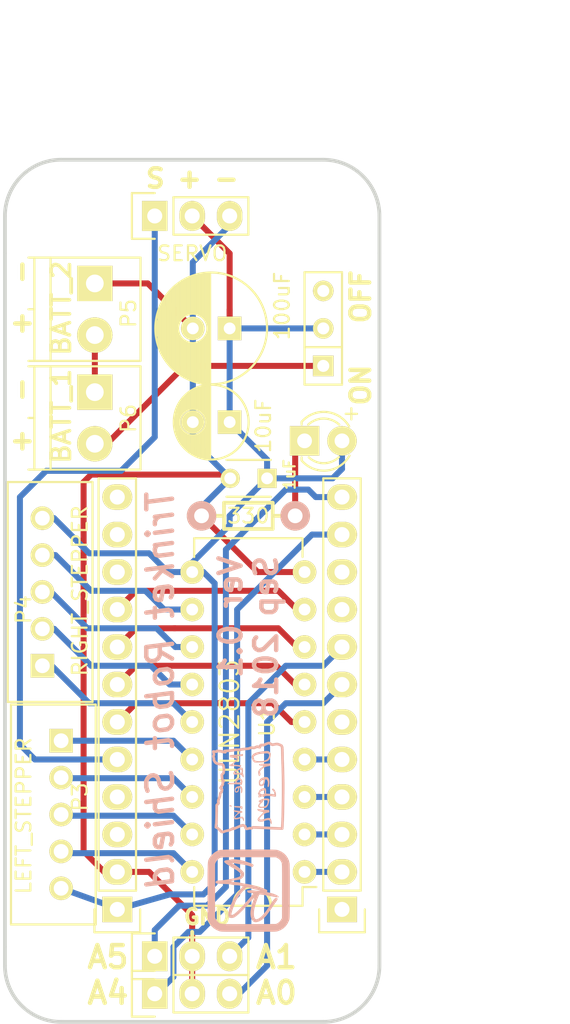
<source format=kicad_pcb>
(kicad_pcb (version 4) (host pcbnew 4.0.4-stable)

  (general
    (links 42)
    (no_connects 0)
    (area 121.792999 59.562999 147.447001 118.237001)
    (thickness 1.6)
    (drawings 27)
    (tracks 157)
    (zones 0)
    (modules 22)
    (nets 27)
  )

  (page USLetter)
  (title_block
    (title "OSH Park Badge")
    (company www.MakersBox.us)
    (comment 1 "K. Olsen")
  )

  (layers
    (0 F.Cu signal)
    (31 B.Cu signal)
    (34 B.Paste user)
    (35 F.Paste user)
    (36 B.SilkS user)
    (37 F.SilkS user)
    (38 B.Mask user)
    (39 F.Mask user)
    (40 Dwgs.User user)
    (44 Edge.Cuts user)
  )

  (setup
    (last_trace_width 0.4064)
    (user_trace_width 0.254)
    (user_trace_width 0.3048)
    (user_trace_width 0.4064)
    (user_trace_width 0.6096)
    (user_trace_width 2.032)
    (trace_clearance 0.1524)
    (zone_clearance 0.508)
    (zone_45_only no)
    (trace_min 0.1524)
    (segment_width 0.254)
    (edge_width 0.254)
    (via_size 0.6858)
    (via_drill 0.3302)
    (via_min_size 0.6858)
    (via_min_drill 0.3302)
    (user_via 1 0.5)
    (uvia_size 0.762)
    (uvia_drill 0.508)
    (uvias_allowed no)
    (uvia_min_size 0.508)
    (uvia_min_drill 0.127)
    (pcb_text_width 0.3)
    (pcb_text_size 1.5 1.5)
    (mod_edge_width 0.15)
    (mod_text_size 1 1)
    (mod_text_width 0.15)
    (pad_size 1.6 1.6)
    (pad_drill 0.8)
    (pad_to_mask_clearance 0)
    (aux_axis_origin 0 0)
    (grid_origin 210.82 95.25)
    (visible_elements 7FFFFFFF)
    (pcbplotparams
      (layerselection 0x010f0_80000001)
      (usegerberextensions true)
      (excludeedgelayer true)
      (linewidth 0.100000)
      (plotframeref false)
      (viasonmask false)
      (mode 1)
      (useauxorigin false)
      (hpglpennumber 1)
      (hpglpenspeed 20)
      (hpglpendiameter 15)
      (hpglpenoverlay 2)
      (psnegative false)
      (psa4output false)
      (plotreference true)
      (plotvalue true)
      (plotinvisibletext false)
      (padsonsilk false)
      (subtractmaskfromsilk false)
      (outputformat 1)
      (mirror false)
      (drillshape 0)
      (scaleselection 1)
      (outputdirectory gerbers/))
  )

  (net 0 "")
  (net 1 GND)
  (net 2 "Net-(D1-Pad1)")
  (net 3 /VBAT)
  (net 4 /D10)
  (net 5 /D11)
  (net 6 /D12)
  (net 7 /D13)
  (net 8 /D8)
  (net 9 /D4)
  (net 10 /D3)
  (net 11 "Net-(P3-Pad2)")
  (net 12 "Net-(P3-Pad1)")
  (net 13 "Net-(P4-Pad2)")
  (net 14 "Net-(P4-Pad1)")
  (net 15 "Net-(P5-Pad2)")
  (net 16 "Net-(P6-Pad2)")
  (net 17 "Net-(P3-Pad3)")
  (net 18 "Net-(P3-Pad4)")
  (net 19 "Net-(P4-Pad3)")
  (net 20 "Net-(P4-Pad4)")
  (net 21 /A4)
  (net 22 /A5)
  (net 23 /A0)
  (net 24 /A1)
  (net 25 /D6)
  (net 26 /D5)

  (net_class Default "This is the default net class."
    (clearance 0.1524)
    (trace_width 0.1524)
    (via_dia 0.6858)
    (via_drill 0.3302)
    (uvia_dia 0.762)
    (uvia_drill 0.508)
    (add_net /A0)
    (add_net /A1)
    (add_net /A4)
    (add_net /A5)
    (add_net /D10)
    (add_net /D11)
    (add_net /D12)
    (add_net /D13)
    (add_net /D3)
    (add_net /D4)
    (add_net /D5)
    (add_net /D6)
    (add_net /D8)
    (add_net /VBAT)
    (add_net GND)
    (add_net "Net-(D1-Pad1)")
    (add_net "Net-(P3-Pad1)")
    (add_net "Net-(P3-Pad2)")
    (add_net "Net-(P3-Pad3)")
    (add_net "Net-(P3-Pad4)")
    (add_net "Net-(P4-Pad1)")
    (add_net "Net-(P4-Pad2)")
    (add_net "Net-(P4-Pad3)")
    (add_net "Net-(P4-Pad4)")
    (add_net "Net-(P5-Pad2)")
    (add_net "Net-(P6-Pad2)")
  )

  (module Housings_DIP:DIP-18_W7.62mm (layer F.Cu) (tedit 59BB6E45) (tstamp 59BB5C40)
    (at 142.24 107.95 180)
    (descr "18-lead dip package, row spacing 7.62 mm (300 mils)")
    (tags "dil dip 2.54 300")
    (path /59BB515C)
    (fp_text reference U1 (at 2.54 10.16 450) (layer F.SilkS)
      (effects (font (size 1 1) (thickness 0.15)))
    )
    (fp_text value ULN2803 (at 5.08 10.16 270) (layer F.SilkS)
      (effects (font (size 1.27 1.27) (thickness 0.15)))
    )
    (fp_arc (start 3.556 -2.286) (end 4.826 -2.286) (angle 90) (layer F.SilkS) (width 0.2))
    (fp_arc (start 3.556 -2.286) (end 3.556 -1.016) (angle 90) (layer F.SilkS) (width 0.2))
    (fp_line (start -1.05 -2.45) (end -1.05 22.8) (layer F.CrtYd) (width 0.05))
    (fp_line (start 8.65 -2.45) (end 8.65 22.8) (layer F.CrtYd) (width 0.05))
    (fp_line (start -1.05 -2.45) (end 8.65 -2.45) (layer F.CrtYd) (width 0.05))
    (fp_line (start -1.05 22.8) (end 8.65 22.8) (layer F.CrtYd) (width 0.05))
    (fp_line (start 0.135 -2.295) (end 0.135 -1.025) (layer F.SilkS) (width 0.15))
    (fp_line (start 7.485 -2.295) (end 7.485 -1.025) (layer F.SilkS) (width 0.15))
    (fp_line (start 7.485 22.615) (end 7.485 21.345) (layer F.SilkS) (width 0.15))
    (fp_line (start 0.135 22.615) (end 0.135 21.345) (layer F.SilkS) (width 0.15))
    (fp_line (start 0.135 -2.295) (end 7.485 -2.295) (layer F.SilkS) (width 0.15))
    (fp_line (start 0.135 22.615) (end 7.485 22.615) (layer F.SilkS) (width 0.15))
    (fp_line (start 0.135 -1.025) (end -0.8 -1.025) (layer F.SilkS) (width 0.15))
    (pad 1 thru_hole oval (at 0 0 180) (size 1.6 1.6) (drill 0.8) (layers *.Cu *.Mask F.SilkS)
      (net 4 /D10))
    (pad 2 thru_hole oval (at 0 2.54 180) (size 1.6 1.6) (drill 0.8) (layers *.Cu *.Mask F.SilkS)
      (net 5 /D11))
    (pad 3 thru_hole oval (at 0 5.08 180) (size 1.6 1.6) (drill 0.8) (layers *.Cu *.Mask F.SilkS)
      (net 6 /D12))
    (pad 4 thru_hole oval (at 0 7.62 180) (size 1.6 1.6) (drill 0.8) (layers *.Cu *.Mask F.SilkS)
      (net 7 /D13))
    (pad 5 thru_hole oval (at 0 10.16 180) (size 1.6 1.6) (drill 0.8) (layers *.Cu *.Mask F.SilkS)
      (net 25 /D6))
    (pad 6 thru_hole oval (at 0 12.7 180) (size 1.6 1.6) (drill 0.8) (layers *.Cu *.Mask F.SilkS)
      (net 26 /D5))
    (pad 7 thru_hole oval (at 0 15.24 180) (size 1.6 1.6) (drill 0.8) (layers *.Cu *.Mask F.SilkS)
      (net 9 /D4))
    (pad 8 thru_hole oval (at 0 17.78 180) (size 1.6 1.6) (drill 0.8) (layers *.Cu *.Mask F.SilkS)
      (net 10 /D3))
    (pad 9 thru_hole oval (at 0 20.32 180) (size 1.6 1.6) (drill 0.8) (layers *.Cu *.Mask F.SilkS)
      (net 1 GND))
    (pad 10 thru_hole oval (at 7.62 20.32 180) (size 1.6 1.6) (drill 0.8) (layers *.Cu *.Mask F.SilkS)
      (net 3 /VBAT))
    (pad 11 thru_hole oval (at 7.62 17.78 180) (size 1.6 1.6) (drill 0.8) (layers *.Cu *.Mask F.SilkS)
      (net 20 "Net-(P4-Pad4)"))
    (pad 12 thru_hole oval (at 7.62 15.24 180) (size 1.6 1.6) (drill 0.8) (layers *.Cu *.Mask F.SilkS)
      (net 19 "Net-(P4-Pad3)"))
    (pad 13 thru_hole oval (at 7.62 12.7 180) (size 1.6 1.6) (drill 0.8) (layers *.Cu *.Mask F.SilkS)
      (net 13 "Net-(P4-Pad2)"))
    (pad 14 thru_hole oval (at 7.62 10.16 180) (size 1.6 1.6) (drill 0.8) (layers *.Cu *.Mask F.SilkS)
      (net 14 "Net-(P4-Pad1)"))
    (pad 15 thru_hole oval (at 7.62 7.62 180) (size 1.6 1.6) (drill 0.8) (layers *.Cu *.Mask F.SilkS)
      (net 12 "Net-(P3-Pad1)"))
    (pad 16 thru_hole oval (at 7.62 5.08 180) (size 1.6 1.6) (drill 0.8) (layers *.Cu *.Mask F.SilkS)
      (net 11 "Net-(P3-Pad2)"))
    (pad 17 thru_hole oval (at 7.62 2.54 180) (size 1.6 1.6) (drill 0.8) (layers *.Cu *.Mask F.SilkS)
      (net 17 "Net-(P3-Pad3)"))
    (pad 18 thru_hole oval (at 7.62 0 180) (size 1.6 1.6) (drill 0.8) (layers *.Cu *.Mask F.SilkS)
      (net 18 "Net-(P3-Pad4)"))
    (model Housings_DIP.3dshapes/DIP-18_W7.62mm.wrl
      (at (xyz 0 0 0))
      (scale (xyz 1 1 1))
      (rotate (xyz 0 0 0))
    )
  )

  (module library:JST_B5B-XH-A (layer F.Cu) (tedit 59CB0C0C) (tstamp 59BB5C04)
    (at 125.73 99.06 270)
    (descr "JST XH series connector, JST_B5B-XH-A")
    (tags "connector jst xh")
    (path /59BB5292)
    (fp_text reference P3 (at 3.81 -1.27 270) (layer F.SilkS)
      (effects (font (size 1 1) (thickness 0.15)))
    )
    (fp_text value LEFT_STEPPER (at 5.08 2.54 270) (layer F.SilkS)
      (effects (font (size 1 1) (thickness 0.15)))
    )
    (fp_line (start -2.45 -2.35) (end 12.45 -2.35) (layer F.SilkS) (width 0.15))
    (fp_line (start -2.45 3.4) (end 12.45 3.4) (layer F.SilkS) (width 0.15))
    (fp_line (start -2.45 -2.35) (end -2.45 3.4) (layer F.SilkS) (width 0.15))
    (fp_line (start 12.45 -2.35) (end 12.45 3.4) (layer F.SilkS) (width 0.15))
    (fp_line (start -2.95 -2.85) (end 12.95 -2.85) (layer F.CrtYd) (width 0.05))
    (fp_line (start -2.95 3.9) (end 12.95 3.9) (layer F.CrtYd) (width 0.05))
    (fp_line (start -2.95 -2.85) (end -2.95 3.9) (layer F.CrtYd) (width 0.05))
    (fp_line (start 12.95 -2.85) (end 12.95 3.9) (layer F.CrtYd) (width 0.05))
    (pad 1 thru_hole rect (at 0 0 270) (size 1.6 1.6) (drill 1) (layers *.Cu *.Mask F.SilkS)
      (net 12 "Net-(P3-Pad1)"))
    (pad 2 thru_hole circle (at 2.5 0 270) (size 1.6 1.6) (drill 1) (layers *.Cu *.Mask F.SilkS)
      (net 11 "Net-(P3-Pad2)"))
    (pad 3 thru_hole circle (at 5 0 270) (size 1.6 1.6) (drill 1) (layers *.Cu *.Mask F.SilkS)
      (net 17 "Net-(P3-Pad3)"))
    (pad 4 thru_hole circle (at 7.5 0 270) (size 1.6 1.6) (drill 1) (layers *.Cu *.Mask F.SilkS)
      (net 18 "Net-(P3-Pad4)"))
    (pad 5 thru_hole circle (at 10 0 270) (size 1.6 1.6) (drill 1) (layers *.Cu *.Mask F.SilkS)
      (net 3 /VBAT))
    (model ./kicad-jst-xh.3dshapes/JST_B5B-XH-A.wrl
      (at (xyz 0 0 0))
      (scale (xyz 0.3937007874 0.3937007874 0.3937007874))
      (rotate (xyz 0 0 0))
    )
  )

  (module library:JST_B5B-XH-A (layer F.Cu) (tedit 59CB0BD4) (tstamp 59BB5C0A)
    (at 124.46 93.98 90)
    (descr "JST XH series connector, JST_B5B-XH-A")
    (tags "connector jst xh")
    (path /59BB5353)
    (fp_text reference P4 (at 3.81 -1.27 90) (layer F.SilkS)
      (effects (font (size 1 1) (thickness 0.15)))
    )
    (fp_text value RIGHT_STEPPER (at 5.08 2.54 90) (layer F.SilkS)
      (effects (font (size 1 1) (thickness 0.15)))
    )
    (fp_line (start -2.45 -2.35) (end 12.45 -2.35) (layer F.SilkS) (width 0.15))
    (fp_line (start -2.45 3.4) (end 12.45 3.4) (layer F.SilkS) (width 0.15))
    (fp_line (start -2.45 -2.35) (end -2.45 3.4) (layer F.SilkS) (width 0.15))
    (fp_line (start 12.45 -2.35) (end 12.45 3.4) (layer F.SilkS) (width 0.15))
    (fp_line (start -2.95 -2.85) (end 12.95 -2.85) (layer F.CrtYd) (width 0.05))
    (fp_line (start -2.95 3.9) (end 12.95 3.9) (layer F.CrtYd) (width 0.05))
    (fp_line (start -2.95 -2.85) (end -2.95 3.9) (layer F.CrtYd) (width 0.05))
    (fp_line (start 12.95 -2.85) (end 12.95 3.9) (layer F.CrtYd) (width 0.05))
    (pad 1 thru_hole rect (at 0 0 90) (size 1.6 1.6) (drill 1) (layers *.Cu *.Mask F.SilkS)
      (net 14 "Net-(P4-Pad1)"))
    (pad 2 thru_hole circle (at 2.5 0 90) (size 1.6 1.6) (drill 1) (layers *.Cu *.Mask F.SilkS)
      (net 13 "Net-(P4-Pad2)"))
    (pad 3 thru_hole circle (at 5 0 90) (size 1.6 1.6) (drill 1) (layers *.Cu *.Mask F.SilkS)
      (net 19 "Net-(P4-Pad3)"))
    (pad 4 thru_hole circle (at 7.5 0 90) (size 1.6 1.6) (drill 1) (layers *.Cu *.Mask F.SilkS)
      (net 20 "Net-(P4-Pad4)"))
    (pad 5 thru_hole circle (at 10 0 90) (size 1.6 1.6) (drill 1) (layers *.Cu *.Mask F.SilkS)
      (net 3 /VBAT))
    (model ./kicad-jst-xh.3dshapes/JST_B5B-XH-A.wrl
      (at (xyz 0 0 0))
      (scale (xyz 0.3937007874 0.3937007874 0.3937007874))
      (rotate (xyz 0 0 0))
    )
  )

  (module myFootPrints:Lego_Pad (layer F.Cu) (tedit 59BB65C9) (tstamp 59BD6DD4)
    (at 125.73 114.3)
    (descr "Through hole pin header")
    (tags "pin header")
    (fp_text reference P9 (at 0 0) (layer F.SilkS) hide
      (effects (font (size 1 1) (thickness 0.15)))
    )
    (fp_text value CONN_01X01 (at 0 -1.27) (layer F.Fab) hide
      (effects (font (size 0.127 0.127) (thickness 0.03175)))
    )
    (pad "" np_thru_hole circle (at 0 0) (size 3.25 3.25) (drill 3.25) (layers *.Cu *.Mask))
    (model Pin_Headers.3dshapes/Pin_Header_Straight_1x01.wrl
      (at (xyz 0 0 0))
      (scale (xyz 1 1 1))
      (rotate (xyz 0 0 90))
    )
  )

  (module myFootPrints:Lego_Pad (layer F.Cu) (tedit 59BB65D8) (tstamp 59BD6DCD)
    (at 143.51 114.3)
    (descr "Through hole pin header")
    (tags "pin header")
    (fp_text reference P9 (at 0 0) (layer F.SilkS) hide
      (effects (font (size 1 1) (thickness 0.15)))
    )
    (fp_text value CONN_01X01 (at 0 -1.27) (layer F.Fab) hide
      (effects (font (size 0.127 0.127) (thickness 0.03175)))
    )
    (pad "" np_thru_hole circle (at 0 0) (size 3.25 3.25) (drill 3.25) (layers *.Cu *.Mask))
    (model Pin_Headers.3dshapes/Pin_Header_Straight_1x01.wrl
      (at (xyz 0 0 0))
      (scale (xyz 1 1 1))
      (rotate (xyz 0 0 90))
    )
  )

  (module myFootPrints:Lego_Pad (layer F.Cu) (tedit 59BB65F8) (tstamp 59BD6DC0)
    (at 143.51 63.5)
    (descr "Through hole pin header")
    (tags "pin header")
    (fp_text reference P9 (at 0 0) (layer F.SilkS) hide
      (effects (font (size 1 1) (thickness 0.15)))
    )
    (fp_text value CONN_01X01 (at 0 -1.27) (layer F.Fab) hide
      (effects (font (size 0.127 0.127) (thickness 0.03175)))
    )
    (pad "" np_thru_hole circle (at 0 0) (size 3.25 3.25) (drill 3.25) (layers *.Cu *.Mask))
    (model Pin_Headers.3dshapes/Pin_Header_Straight_1x01.wrl
      (at (xyz 0 0 0))
      (scale (xyz 1 1 1))
      (rotate (xyz 0 0 90))
    )
  )

  (module myFootPrints:Lego_Pad (layer F.Cu) (tedit 59BB65E8) (tstamp 59BD6DA2)
    (at 125.73 63.5)
    (descr "Through hole pin header")
    (tags "pin header")
    (fp_text reference P9 (at 0 0) (layer F.SilkS) hide
      (effects (font (size 1 1) (thickness 0.15)))
    )
    (fp_text value CONN_01X01 (at 0 -1.27) (layer F.Fab) hide
      (effects (font (size 0.127 0.127) (thickness 0.03175)))
    )
    (pad "" np_thru_hole circle (at 0 0) (size 3.25 3.25) (drill 3.25) (layers *.Cu *.Mask))
    (model Pin_Headers.3dshapes/Pin_Header_Straight_1x01.wrl
      (at (xyz 0 0 0))
      (scale (xyz 1 1 1))
      (rotate (xyz 0 0 90))
    )
  )

  (module Capacitors_ThroughHole:C_Radial_D7.5_L11.2_P2.5 (layer F.Cu) (tedit 59CB0C5F) (tstamp 59BB5BCC)
    (at 137.16 71.12 180)
    (descr "Radial Electrolytic Capacitor Diameter 7.5mm x Length 11.2mm, Pitch 2.5mm")
    (tags "Electrolytic Capacitor")
    (path /59BB855D)
    (fp_text reference C1 (at 0 -2.54 180) (layer F.SilkS) hide
      (effects (font (size 1 1) (thickness 0.15)))
    )
    (fp_text value 100uF (at -3.556 1.524 270) (layer F.SilkS)
      (effects (font (size 1 1) (thickness 0.15)))
    )
    (fp_line (start 1.325 -3.749) (end 1.325 3.749) (layer F.SilkS) (width 0.15))
    (fp_line (start 1.465 -3.744) (end 1.465 3.744) (layer F.SilkS) (width 0.15))
    (fp_line (start 1.605 -3.733) (end 1.605 -0.446) (layer F.SilkS) (width 0.15))
    (fp_line (start 1.605 0.446) (end 1.605 3.733) (layer F.SilkS) (width 0.15))
    (fp_line (start 1.745 -3.717) (end 1.745 -0.656) (layer F.SilkS) (width 0.15))
    (fp_line (start 1.745 0.656) (end 1.745 3.717) (layer F.SilkS) (width 0.15))
    (fp_line (start 1.885 -3.696) (end 1.885 -0.789) (layer F.SilkS) (width 0.15))
    (fp_line (start 1.885 0.789) (end 1.885 3.696) (layer F.SilkS) (width 0.15))
    (fp_line (start 2.025 -3.669) (end 2.025 -0.88) (layer F.SilkS) (width 0.15))
    (fp_line (start 2.025 0.88) (end 2.025 3.669) (layer F.SilkS) (width 0.15))
    (fp_line (start 2.165 -3.637) (end 2.165 -0.942) (layer F.SilkS) (width 0.15))
    (fp_line (start 2.165 0.942) (end 2.165 3.637) (layer F.SilkS) (width 0.15))
    (fp_line (start 2.305 -3.599) (end 2.305 -0.981) (layer F.SilkS) (width 0.15))
    (fp_line (start 2.305 0.981) (end 2.305 3.599) (layer F.SilkS) (width 0.15))
    (fp_line (start 2.445 -3.555) (end 2.445 -0.998) (layer F.SilkS) (width 0.15))
    (fp_line (start 2.445 0.998) (end 2.445 3.555) (layer F.SilkS) (width 0.15))
    (fp_line (start 2.585 -3.504) (end 2.585 -0.996) (layer F.SilkS) (width 0.15))
    (fp_line (start 2.585 0.996) (end 2.585 3.504) (layer F.SilkS) (width 0.15))
    (fp_line (start 2.725 -3.448) (end 2.725 -0.974) (layer F.SilkS) (width 0.15))
    (fp_line (start 2.725 0.974) (end 2.725 3.448) (layer F.SilkS) (width 0.15))
    (fp_line (start 2.865 -3.384) (end 2.865 -0.931) (layer F.SilkS) (width 0.15))
    (fp_line (start 2.865 0.931) (end 2.865 3.384) (layer F.SilkS) (width 0.15))
    (fp_line (start 3.005 -3.314) (end 3.005 -0.863) (layer F.SilkS) (width 0.15))
    (fp_line (start 3.005 0.863) (end 3.005 3.314) (layer F.SilkS) (width 0.15))
    (fp_line (start 3.145 -3.236) (end 3.145 -0.764) (layer F.SilkS) (width 0.15))
    (fp_line (start 3.145 0.764) (end 3.145 3.236) (layer F.SilkS) (width 0.15))
    (fp_line (start 3.285 -3.15) (end 3.285 -0.619) (layer F.SilkS) (width 0.15))
    (fp_line (start 3.285 0.619) (end 3.285 3.15) (layer F.SilkS) (width 0.15))
    (fp_line (start 3.425 -3.055) (end 3.425 -0.38) (layer F.SilkS) (width 0.15))
    (fp_line (start 3.425 0.38) (end 3.425 3.055) (layer F.SilkS) (width 0.15))
    (fp_line (start 3.565 -2.95) (end 3.565 2.95) (layer F.SilkS) (width 0.15))
    (fp_line (start 3.705 -2.835) (end 3.705 2.835) (layer F.SilkS) (width 0.15))
    (fp_line (start 3.845 -2.707) (end 3.845 2.707) (layer F.SilkS) (width 0.15))
    (fp_line (start 3.985 -2.566) (end 3.985 2.566) (layer F.SilkS) (width 0.15))
    (fp_line (start 4.125 -2.408) (end 4.125 2.408) (layer F.SilkS) (width 0.15))
    (fp_line (start 4.265 -2.23) (end 4.265 2.23) (layer F.SilkS) (width 0.15))
    (fp_line (start 4.405 -2.027) (end 4.405 2.027) (layer F.SilkS) (width 0.15))
    (fp_line (start 4.545 -1.79) (end 4.545 1.79) (layer F.SilkS) (width 0.15))
    (fp_line (start 4.685 -1.504) (end 4.685 1.504) (layer F.SilkS) (width 0.15))
    (fp_line (start 4.825 -1.132) (end 4.825 1.132) (layer F.SilkS) (width 0.15))
    (fp_line (start 4.965 -0.511) (end 4.965 0.511) (layer F.SilkS) (width 0.15))
    (fp_circle (center 2.5 0) (end 2.5 -1) (layer F.SilkS) (width 0.15))
    (fp_circle (center 1.25 0) (end 1.25 -3.7875) (layer F.SilkS) (width 0.15))
    (fp_circle (center 1.25 0) (end 1.25 -4.1) (layer F.CrtYd) (width 0.05))
    (pad 2 thru_hole circle (at 2.5 0 180) (size 1.6 1.6) (drill 0.8) (layers *.Cu *.Mask F.SilkS)
      (net 1 GND))
    (pad 1 thru_hole rect (at 0 0 180) (size 1.6 1.6) (drill 0.8) (layers *.Cu *.Mask F.SilkS)
      (net 3 /VBAT))
    (model Capacitors_ThroughHole.3dshapes/C_Radial_D7.5_L11.2_P2.5.wrl
      (at (xyz 0 0 0))
      (scale (xyz 1 1 1))
      (rotate (xyz 0 0 0))
    )
  )

  (module Capacitors_ThroughHole:C_Radial_D5_L11_P2.5 (layer F.Cu) (tedit 59CB0C53) (tstamp 59BB5BD2)
    (at 137.16 77.47 180)
    (descr "Radial Electrolytic Capacitor Diameter 5mm x Length 11mm, Pitch 2.5mm")
    (tags "Electrolytic Capacitor")
    (path /59BB864C)
    (fp_text reference C2 (at 0 -1.27 180) (layer F.SilkS) hide
      (effects (font (size 1 1) (thickness 0.15)))
    )
    (fp_text value 10uF (at -2.286 -0.254 270) (layer F.SilkS)
      (effects (font (size 1 1) (thickness 0.15)))
    )
    (fp_line (start 1.325 -2.499) (end 1.325 2.499) (layer F.SilkS) (width 0.15))
    (fp_line (start 1.465 -2.491) (end 1.465 2.491) (layer F.SilkS) (width 0.15))
    (fp_line (start 1.605 -2.475) (end 1.605 -0.095) (layer F.SilkS) (width 0.15))
    (fp_line (start 1.605 0.095) (end 1.605 2.475) (layer F.SilkS) (width 0.15))
    (fp_line (start 1.745 -2.451) (end 1.745 -0.49) (layer F.SilkS) (width 0.15))
    (fp_line (start 1.745 0.49) (end 1.745 2.451) (layer F.SilkS) (width 0.15))
    (fp_line (start 1.885 -2.418) (end 1.885 -0.657) (layer F.SilkS) (width 0.15))
    (fp_line (start 1.885 0.657) (end 1.885 2.418) (layer F.SilkS) (width 0.15))
    (fp_line (start 2.025 -2.377) (end 2.025 -0.764) (layer F.SilkS) (width 0.15))
    (fp_line (start 2.025 0.764) (end 2.025 2.377) (layer F.SilkS) (width 0.15))
    (fp_line (start 2.165 -2.327) (end 2.165 -0.835) (layer F.SilkS) (width 0.15))
    (fp_line (start 2.165 0.835) (end 2.165 2.327) (layer F.SilkS) (width 0.15))
    (fp_line (start 2.305 -2.266) (end 2.305 -0.879) (layer F.SilkS) (width 0.15))
    (fp_line (start 2.305 0.879) (end 2.305 2.266) (layer F.SilkS) (width 0.15))
    (fp_line (start 2.445 -2.196) (end 2.445 -0.898) (layer F.SilkS) (width 0.15))
    (fp_line (start 2.445 0.898) (end 2.445 2.196) (layer F.SilkS) (width 0.15))
    (fp_line (start 2.585 -2.114) (end 2.585 -0.896) (layer F.SilkS) (width 0.15))
    (fp_line (start 2.585 0.896) (end 2.585 2.114) (layer F.SilkS) (width 0.15))
    (fp_line (start 2.725 -2.019) (end 2.725 -0.871) (layer F.SilkS) (width 0.15))
    (fp_line (start 2.725 0.871) (end 2.725 2.019) (layer F.SilkS) (width 0.15))
    (fp_line (start 2.865 -1.908) (end 2.865 -0.823) (layer F.SilkS) (width 0.15))
    (fp_line (start 2.865 0.823) (end 2.865 1.908) (layer F.SilkS) (width 0.15))
    (fp_line (start 3.005 -1.78) (end 3.005 -0.745) (layer F.SilkS) (width 0.15))
    (fp_line (start 3.005 0.745) (end 3.005 1.78) (layer F.SilkS) (width 0.15))
    (fp_line (start 3.145 -1.631) (end 3.145 -0.628) (layer F.SilkS) (width 0.15))
    (fp_line (start 3.145 0.628) (end 3.145 1.631) (layer F.SilkS) (width 0.15))
    (fp_line (start 3.285 -1.452) (end 3.285 -0.44) (layer F.SilkS) (width 0.15))
    (fp_line (start 3.285 0.44) (end 3.285 1.452) (layer F.SilkS) (width 0.15))
    (fp_line (start 3.425 -1.233) (end 3.425 1.233) (layer F.SilkS) (width 0.15))
    (fp_line (start 3.565 -0.944) (end 3.565 0.944) (layer F.SilkS) (width 0.15))
    (fp_line (start 3.705 -0.472) (end 3.705 0.472) (layer F.SilkS) (width 0.15))
    (fp_circle (center 2.5 0) (end 2.5 -0.9) (layer F.SilkS) (width 0.15))
    (fp_circle (center 1.25 0) (end 1.25 -2.5375) (layer F.SilkS) (width 0.15))
    (fp_circle (center 1.25 0) (end 1.25 -2.8) (layer F.CrtYd) (width 0.05))
    (pad 1 thru_hole rect (at 0 0 180) (size 1.6 1.6) (drill 0.8) (layers *.Cu *.Mask F.SilkS)
      (net 3 /VBAT))
    (pad 2 thru_hole circle (at 2.5 0 180) (size 1.6 1.6) (drill 0.8) (layers *.Cu *.Mask F.SilkS)
      (net 1 GND))
    (model Capacitors_ThroughHole.3dshapes/C_Radial_D5_L11_P2.5.wrl
      (at (xyz 0.049213 0 0))
      (scale (xyz 1 1 1))
      (rotate (xyz 0 0 90))
    )
  )

  (module Capacitors_ThroughHole:C_Disc_D3_P2.5 (layer F.Cu) (tedit 59BB6C49) (tstamp 59BB5BD8)
    (at 139.7 81.28 180)
    (descr "Capacitor 3mm Disc, Pitch 2.5mm")
    (tags Capacitor)
    (path /59BB8677)
    (fp_text reference C3 (at 3.81 1.27 180) (layer F.SilkS) hide
      (effects (font (size 1 1) (thickness 0.15)))
    )
    (fp_text value 1uF (at -1.524 0.254 270) (layer F.SilkS)
      (effects (font (size 0.762 0.762) (thickness 0.15)))
    )
    (fp_line (start -0.9 -1.5) (end 3.4 -1.5) (layer F.CrtYd) (width 0.05))
    (fp_line (start 3.4 -1.5) (end 3.4 1.5) (layer F.CrtYd) (width 0.05))
    (fp_line (start 3.4 1.5) (end -0.9 1.5) (layer F.CrtYd) (width 0.05))
    (fp_line (start -0.9 1.5) (end -0.9 -1.5) (layer F.CrtYd) (width 0.05))
    (fp_line (start -0.25 -1.25) (end 2.75 -1.25) (layer F.SilkS) (width 0.15))
    (fp_line (start 2.75 1.25) (end -0.25 1.25) (layer F.SilkS) (width 0.15))
    (pad 1 thru_hole rect (at 0 0 180) (size 1.3 1.3) (drill 0.8) (layers *.Cu *.Mask F.SilkS)
      (net 3 /VBAT))
    (pad 2 thru_hole circle (at 2.5 0 180) (size 1.3 1.3) (drill 0.8001) (layers *.Cu *.Mask F.SilkS)
      (net 1 GND))
    (model Capacitors_ThroughHole.3dshapes/C_Disc_D3_P2.5.wrl
      (at (xyz 0.0492126 0 0))
      (scale (xyz 1 1 1))
      (rotate (xyz 0 0 0))
    )
  )

  (module LEDs:LED-3MM (layer F.Cu) (tedit 59BB640B) (tstamp 59BB5BDE)
    (at 142.24 78.74)
    (descr "LED 3mm round vertical")
    (tags "LED  3mm round vertical")
    (path /59BB9D4D)
    (fp_text reference D1 (at 1.91 3.06) (layer F.SilkS) hide
      (effects (font (size 1 1) (thickness 0.15)))
    )
    (fp_text value LED (at 1.3 -2.9) (layer F.Fab)
      (effects (font (size 1 1) (thickness 0.15)))
    )
    (fp_line (start -1.2 2.3) (end 3.8 2.3) (layer F.CrtYd) (width 0.05))
    (fp_line (start 3.8 2.3) (end 3.8 -2.2) (layer F.CrtYd) (width 0.05))
    (fp_line (start 3.8 -2.2) (end -1.2 -2.2) (layer F.CrtYd) (width 0.05))
    (fp_line (start -1.2 -2.2) (end -1.2 2.3) (layer F.CrtYd) (width 0.05))
    (fp_line (start -0.199 1.314) (end -0.199 1.114) (layer F.SilkS) (width 0.15))
    (fp_line (start -0.199 -1.28) (end -0.199 -1.1) (layer F.SilkS) (width 0.15))
    (fp_arc (start 1.301 0.034) (end -0.199 -1.286) (angle 108.5) (layer F.SilkS) (width 0.15))
    (fp_arc (start 1.301 0.034) (end 0.25 -1.1) (angle 85.7) (layer F.SilkS) (width 0.15))
    (fp_arc (start 1.311 0.034) (end 3.051 0.994) (angle 110) (layer F.SilkS) (width 0.15))
    (fp_arc (start 1.301 0.034) (end 2.335 1.094) (angle 87.5) (layer F.SilkS) (width 0.15))
    (fp_text user + (at 3.175 -1.905) (layer F.SilkS)
      (effects (font (size 1 1) (thickness 0.15)))
    )
    (pad 1 thru_hole rect (at 0 0 90) (size 2 2) (drill 1.00076) (layers *.Cu *.Mask F.SilkS)
      (net 2 "Net-(D1-Pad1)"))
    (pad 2 thru_hole circle (at 2.54 0) (size 2 2) (drill 1.00076) (layers *.Cu *.Mask F.SilkS)
      (net 3 /VBAT))
    (model LEDs.3dshapes/LED-3MM.wrl
      (at (xyz 0.05 0 0))
      (scale (xyz 1 1 1))
      (rotate (xyz 0 0 90))
    )
  )

  (module Pin_Headers:Pin_Header_Straight_1x12 (layer F.Cu) (tedit 59BB62B7) (tstamp 59BB5BEE)
    (at 144.78 110.49 180)
    (descr "Through hole pin header")
    (tags "pin header")
    (path /59BB4AEE)
    (fp_text reference P1 (at 0 -2.54 180) (layer Dwgs.User) hide
      (effects (font (size 1 1) (thickness 0.15)))
    )
    (fp_text value TRINKET_LEFT (at 0 -3.1 180) (layer F.Fab)
      (effects (font (size 1 1) (thickness 0.15)))
    )
    (fp_line (start -1.75 -1.75) (end -1.75 29.7) (layer F.CrtYd) (width 0.05))
    (fp_line (start 1.75 -1.75) (end 1.75 29.7) (layer F.CrtYd) (width 0.05))
    (fp_line (start -1.75 -1.75) (end 1.75 -1.75) (layer F.CrtYd) (width 0.05))
    (fp_line (start -1.75 29.7) (end 1.75 29.7) (layer F.CrtYd) (width 0.05))
    (fp_line (start 1.27 1.27) (end 1.27 29.21) (layer F.SilkS) (width 0.15))
    (fp_line (start 1.27 29.21) (end -1.27 29.21) (layer F.SilkS) (width 0.15))
    (fp_line (start -1.27 29.21) (end -1.27 1.27) (layer F.SilkS) (width 0.15))
    (fp_line (start 1.55 -1.55) (end 1.55 0) (layer F.SilkS) (width 0.15))
    (fp_line (start 1.27 1.27) (end -1.27 1.27) (layer F.SilkS) (width 0.15))
    (fp_line (start -1.55 0) (end -1.55 -1.55) (layer F.SilkS) (width 0.15))
    (fp_line (start -1.55 -1.55) (end 1.55 -1.55) (layer F.SilkS) (width 0.15))
    (pad 1 thru_hole rect (at 0 0 180) (size 2.032 1.7272) (drill 1.016) (layers *.Cu *.Mask F.SilkS))
    (pad 2 thru_hole oval (at 0 2.54 180) (size 2.032 1.7272) (drill 1.016) (layers *.Cu *.Mask F.SilkS)
      (net 4 /D10))
    (pad 3 thru_hole oval (at 0 5.08 180) (size 2.032 1.7272) (drill 1.016) (layers *.Cu *.Mask F.SilkS)
      (net 5 /D11))
    (pad 4 thru_hole oval (at 0 7.62 180) (size 2.032 1.7272) (drill 1.016) (layers *.Cu *.Mask F.SilkS)
      (net 6 /D12))
    (pad 5 thru_hole oval (at 0 10.16 180) (size 2.032 1.7272) (drill 1.016) (layers *.Cu *.Mask F.SilkS)
      (net 7 /D13))
    (pad 6 thru_hole oval (at 0 12.7 180) (size 2.032 1.7272) (drill 1.016) (layers *.Cu *.Mask F.SilkS))
    (pad 7 thru_hole oval (at 0 15.24 180) (size 2.032 1.7272) (drill 1.016) (layers *.Cu *.Mask F.SilkS)
      (net 23 /A0))
    (pad 8 thru_hole oval (at 0 17.78 180) (size 2.032 1.7272) (drill 1.016) (layers *.Cu *.Mask F.SilkS)
      (net 24 /A1))
    (pad 9 thru_hole oval (at 0 20.32 180) (size 2.032 1.7272) (drill 1.016) (layers *.Cu *.Mask F.SilkS))
    (pad 10 thru_hole oval (at 0 22.86 180) (size 2.032 1.7272) (drill 1.016) (layers *.Cu *.Mask F.SilkS))
    (pad 11 thru_hole oval (at 0 25.4 180) (size 2.032 1.7272) (drill 1.016) (layers *.Cu *.Mask F.SilkS)
      (net 21 /A4))
    (pad 12 thru_hole oval (at 0 27.94 180) (size 2.032 1.7272) (drill 1.016) (layers *.Cu *.Mask F.SilkS)
      (net 22 /A5))
    (model Pin_Headers.3dshapes/Pin_Header_Straight_1x12.wrl
      (at (xyz 0 -0.55 0))
      (scale (xyz 1 1 1))
      (rotate (xyz 0 0 90))
    )
  )

  (module Pin_Headers:Pin_Header_Straight_1x12 (layer F.Cu) (tedit 59BB62C4) (tstamp 59BB5BFE)
    (at 129.54 110.49 180)
    (descr "Through hole pin header")
    (tags "pin header")
    (path /59BB4B2E)
    (fp_text reference P2 (at 0 -2.54 180) (layer Dwgs.User) hide
      (effects (font (size 1 1) (thickness 0.15)))
    )
    (fp_text value TRINKET_RIGHT (at 0 -3.1 180) (layer F.Fab)
      (effects (font (size 1 1) (thickness 0.15)))
    )
    (fp_line (start -1.75 -1.75) (end -1.75 29.7) (layer F.CrtYd) (width 0.05))
    (fp_line (start 1.75 -1.75) (end 1.75 29.7) (layer F.CrtYd) (width 0.05))
    (fp_line (start -1.75 -1.75) (end 1.75 -1.75) (layer F.CrtYd) (width 0.05))
    (fp_line (start -1.75 29.7) (end 1.75 29.7) (layer F.CrtYd) (width 0.05))
    (fp_line (start 1.27 1.27) (end 1.27 29.21) (layer F.SilkS) (width 0.15))
    (fp_line (start 1.27 29.21) (end -1.27 29.21) (layer F.SilkS) (width 0.15))
    (fp_line (start -1.27 29.21) (end -1.27 1.27) (layer F.SilkS) (width 0.15))
    (fp_line (start 1.55 -1.55) (end 1.55 0) (layer F.SilkS) (width 0.15))
    (fp_line (start 1.27 1.27) (end -1.27 1.27) (layer F.SilkS) (width 0.15))
    (fp_line (start -1.55 0) (end -1.55 -1.55) (layer F.SilkS) (width 0.15))
    (fp_line (start -1.55 -1.55) (end 1.55 -1.55) (layer F.SilkS) (width 0.15))
    (pad 1 thru_hole rect (at 0 0 180) (size 2.032 1.7272) (drill 1.016) (layers *.Cu *.Mask F.SilkS)
      (net 3 /VBAT))
    (pad 2 thru_hole oval (at 0 2.54 180) (size 2.032 1.7272) (drill 1.016) (layers *.Cu *.Mask F.SilkS)
      (net 1 GND))
    (pad 3 thru_hole oval (at 0 5.08 180) (size 2.032 1.7272) (drill 1.016) (layers *.Cu *.Mask F.SilkS))
    (pad 4 thru_hole oval (at 0 7.62 180) (size 2.032 1.7272) (drill 1.016) (layers *.Cu *.Mask F.SilkS))
    (pad 5 thru_hole oval (at 0 10.16 180) (size 2.032 1.7272) (drill 1.016) (layers *.Cu *.Mask F.SilkS)
      (net 8 /D8))
    (pad 6 thru_hole oval (at 0 12.7 180) (size 2.032 1.7272) (drill 1.016) (layers *.Cu *.Mask F.SilkS)
      (net 25 /D6))
    (pad 7 thru_hole oval (at 0 15.24 180) (size 2.032 1.7272) (drill 1.016) (layers *.Cu *.Mask F.SilkS)
      (net 26 /D5))
    (pad 8 thru_hole oval (at 0 17.78 180) (size 2.032 1.7272) (drill 1.016) (layers *.Cu *.Mask F.SilkS)
      (net 9 /D4))
    (pad 9 thru_hole oval (at 0 20.32 180) (size 2.032 1.7272) (drill 1.016) (layers *.Cu *.Mask F.SilkS)
      (net 10 /D3))
    (pad 10 thru_hole oval (at 0 22.86 180) (size 2.032 1.7272) (drill 1.016) (layers *.Cu *.Mask F.SilkS))
    (pad 11 thru_hole oval (at 0 25.4 180) (size 2.032 1.7272) (drill 1.016) (layers *.Cu *.Mask F.SilkS))
    (pad 12 thru_hole oval (at 0 27.94 180) (size 2.032 1.7272) (drill 1.016) (layers *.Cu *.Mask F.SilkS))
    (model Pin_Headers.3dshapes/Pin_Header_Straight_1x12.wrl
      (at (xyz 0 -0.55 0))
      (scale (xyz 1 1 1))
      (rotate (xyz 0 0 90))
    )
  )

  (module Pin_Headers:Pin_Header_Straight_1x03 (layer F.Cu) (tedit 59BB6734) (tstamp 59BB5C1D)
    (at 132.08 63.5 90)
    (descr "Through hole pin header")
    (tags "pin header")
    (path /59BB83B4)
    (fp_text reference P7 (at 0 7.62 180) (layer F.SilkS) hide
      (effects (font (size 1 1) (thickness 0.15)))
    )
    (fp_text value SERVO (at -2.54 2.54 180) (layer F.SilkS)
      (effects (font (size 1 1) (thickness 0.15)))
    )
    (fp_line (start -1.75 -1.75) (end -1.75 6.85) (layer F.CrtYd) (width 0.05))
    (fp_line (start 1.75 -1.75) (end 1.75 6.85) (layer F.CrtYd) (width 0.05))
    (fp_line (start -1.75 -1.75) (end 1.75 -1.75) (layer F.CrtYd) (width 0.05))
    (fp_line (start -1.75 6.85) (end 1.75 6.85) (layer F.CrtYd) (width 0.05))
    (fp_line (start -1.27 1.27) (end -1.27 6.35) (layer F.SilkS) (width 0.15))
    (fp_line (start -1.27 6.35) (end 1.27 6.35) (layer F.SilkS) (width 0.15))
    (fp_line (start 1.27 6.35) (end 1.27 1.27) (layer F.SilkS) (width 0.15))
    (fp_line (start 1.55 -1.55) (end 1.55 0) (layer F.SilkS) (width 0.15))
    (fp_line (start 1.27 1.27) (end -1.27 1.27) (layer F.SilkS) (width 0.15))
    (fp_line (start -1.55 0) (end -1.55 -1.55) (layer F.SilkS) (width 0.15))
    (fp_line (start -1.55 -1.55) (end 1.55 -1.55) (layer F.SilkS) (width 0.15))
    (pad 1 thru_hole rect (at 0 0 90) (size 2.032 1.7272) (drill 1.016) (layers *.Cu *.Mask F.SilkS)
      (net 8 /D8))
    (pad 2 thru_hole oval (at 0 2.54 90) (size 2.032 1.7272) (drill 1.016) (layers *.Cu *.Mask F.SilkS)
      (net 3 /VBAT))
    (pad 3 thru_hole oval (at 0 5.08 90) (size 2.032 1.7272) (drill 1.016) (layers *.Cu *.Mask F.SilkS)
      (net 1 GND))
    (model Pin_Headers.3dshapes/Pin_Header_Straight_1x03.wrl
      (at (xyz 0 -0.1 0))
      (scale (xyz 1 1 1))
      (rotate (xyz 0 0 90))
    )
  )

  (module myFootPrints:Resistor_Horz (layer F.Cu) (tedit 5664956A) (tstamp 59BB5C23)
    (at 138.43 83.82 180)
    (descr "Resistor, Axial,  RM 10mm, 1/3W,")
    (tags "Resistor, Axial, RM 10mm, 1/3W,")
    (path /59BB9EB4)
    (fp_text reference R1 (at 0 -1.905 180) (layer F.Fab)
      (effects (font (size 1 1) (thickness 0.15)))
    )
    (fp_text value 330 (at 0 0 180) (layer F.SilkS)
      (effects (font (size 1 1) (thickness 0.15)))
    )
    (fp_line (start -1.651 0) (end -2.413 0) (layer F.SilkS) (width 0.254))
    (fp_line (start 1.651 0) (end 2.413 0) (layer F.SilkS) (width 0.254))
    (fp_line (start 1.651 0.889) (end 1.651 0.635) (layer F.SilkS) (width 0.254))
    (fp_line (start 1.651 0.889) (end -1.651 0.889) (layer F.SilkS) (width 0.254))
    (fp_line (start -1.651 0.889) (end -1.651 -0.889) (layer F.SilkS) (width 0.254))
    (fp_line (start -1.651 -0.889) (end 1.651 -0.889) (layer F.SilkS) (width 0.254))
    (fp_line (start 1.651 -0.889) (end 1.651 0.635) (layer F.SilkS) (width 0.254))
    (pad 1 thru_hole circle (at -3.175 0 180) (size 1.99898 1.99898) (drill 1.00076) (layers *.Cu *.SilkS *.Mask)
      (net 2 "Net-(D1-Pad1)"))
    (pad 2 thru_hole circle (at 3.175 0 180) (size 1.99898 1.99898) (drill 1.00076) (layers *.Cu *.SilkS *.Mask)
      (net 1 GND))
    (model Resistors_ThroughHole.3dshapes/Resistor_Horizontal_RM10mm.wrl
      (at (xyz 0 0 0))
      (scale (xyz 0.4 0.4 0.4))
      (rotate (xyz 0 0 0))
    )
  )

  (module myFootPrints:SW_Micro_SPST (layer F.Cu) (tedit 59BB6BCA) (tstamp 59BB5C2A)
    (at 143.51 71.12 90)
    (tags "Switch Micro SPST")
    (path /59BB6E38)
    (fp_text reference SW1 (at 2.286 -1.778 90) (layer F.SilkS) hide
      (effects (font (size 1 1) (thickness 0.15)))
    )
    (fp_text value SPST (at 2.54 -1.905 90) (layer F.Fab)
      (effects (font (size 1 1) (thickness 0.15)))
    )
    (fp_line (start -3.81 1.27) (end -3.81 -1.27) (layer F.SilkS) (width 0.15))
    (fp_line (start -3.81 -1.27) (end 3.81 -1.27) (layer F.SilkS) (width 0.15))
    (fp_line (start 3.81 -1.27) (end 3.81 1.27) (layer F.SilkS) (width 0.15))
    (fp_line (start 3.81 1.27) (end -3.81 1.27) (layer F.SilkS) (width 0.15))
    (fp_line (start -1.27 -1.27) (end -1.27 1.27) (layer F.SilkS) (width 0.15))
    (pad 1 thru_hole rect (at -2.54 0 90) (size 1.397 1.397) (drill 0.8128) (layers *.Cu *.Mask F.SilkS)
      (net 16 "Net-(P6-Pad2)"))
    (pad 2 thru_hole circle (at 0 0 90) (size 1.397 1.397) (drill 0.8128) (layers *.Cu *.Mask F.SilkS)
      (net 3 /VBAT))
    (pad 3 thru_hole circle (at 2.54 0 90) (size 1.397 1.397) (drill 0.8128) (layers *.Cu *.Mask F.SilkS))
    (model Buttons_Switches_ThroughHole.3dshapes/SW_Micro_SPST.wrl
      (at (xyz 0 0 0))
      (scale (xyz 0.33 0.33 0.33))
      (rotate (xyz 0 0 0))
    )
  )

  (module Pin_Headers:Pin_Header_Straight_1x03 (layer F.Cu) (tedit 59BB6A7D) (tstamp 59BD6F28)
    (at 132.08 113.665 90)
    (descr "Through hole pin header")
    (tags "pin header")
    (path /59BB6A01)
    (fp_text reference P8 (at 2.54 1.27 180) (layer F.SilkS) hide
      (effects (font (size 1 1) (thickness 0.15)))
    )
    (fp_text value "A5 - A1" (at 0 2.54 180) (layer F.SilkS) hide
      (effects (font (size 1 1) (thickness 0.15)))
    )
    (fp_line (start -1.75 -1.75) (end -1.75 6.85) (layer F.CrtYd) (width 0.05))
    (fp_line (start 1.75 -1.75) (end 1.75 6.85) (layer F.CrtYd) (width 0.05))
    (fp_line (start -1.75 -1.75) (end 1.75 -1.75) (layer F.CrtYd) (width 0.05))
    (fp_line (start -1.75 6.85) (end 1.75 6.85) (layer F.CrtYd) (width 0.05))
    (fp_line (start -1.27 1.27) (end -1.27 6.35) (layer F.SilkS) (width 0.15))
    (fp_line (start -1.27 6.35) (end 1.27 6.35) (layer F.SilkS) (width 0.15))
    (fp_line (start 1.27 6.35) (end 1.27 1.27) (layer F.SilkS) (width 0.15))
    (fp_line (start 1.55 -1.55) (end 1.55 0) (layer F.SilkS) (width 0.15))
    (fp_line (start 1.27 1.27) (end -1.27 1.27) (layer F.SilkS) (width 0.15))
    (fp_line (start -1.55 0) (end -1.55 -1.55) (layer F.SilkS) (width 0.15))
    (fp_line (start -1.55 -1.55) (end 1.55 -1.55) (layer F.SilkS) (width 0.15))
    (pad 1 thru_hole rect (at 0 0 90) (size 2.032 1.7272) (drill 1.016) (layers *.Cu *.Mask F.SilkS)
      (net 22 /A5))
    (pad 2 thru_hole oval (at 0 2.54 90) (size 2.032 1.7272) (drill 1.016) (layers *.Cu *.Mask F.SilkS)
      (net 1 GND))
    (pad 3 thru_hole oval (at 0 5.08 90) (size 2.032 1.7272) (drill 1.016) (layers *.Cu *.Mask F.SilkS)
      (net 24 /A1))
    (model Pin_Headers.3dshapes/Pin_Header_Straight_1x03.wrl
      (at (xyz 0 -0.1 0))
      (scale (xyz 1 1 1))
      (rotate (xyz 0 0 90))
    )
  )

  (module Pin_Headers:Pin_Header_Straight_1x03 (layer F.Cu) (tedit 59BB6A9D) (tstamp 59BD6F36)
    (at 132.08 116.205 90)
    (descr "Through hole pin header")
    (tags "pin header")
    (path /59BB6A67)
    (fp_text reference P11 (at 0 3.81 180) (layer F.SilkS) hide
      (effects (font (size 1 1) (thickness 0.15)))
    )
    (fp_text value "A4 - A0" (at 0 2.54 180) (layer F.Fab)
      (effects (font (size 1 1) (thickness 0.15)))
    )
    (fp_line (start -1.75 -1.75) (end -1.75 6.85) (layer F.CrtYd) (width 0.05))
    (fp_line (start 1.75 -1.75) (end 1.75 6.85) (layer F.CrtYd) (width 0.05))
    (fp_line (start -1.75 -1.75) (end 1.75 -1.75) (layer F.CrtYd) (width 0.05))
    (fp_line (start -1.75 6.85) (end 1.75 6.85) (layer F.CrtYd) (width 0.05))
    (fp_line (start -1.27 1.27) (end -1.27 6.35) (layer F.SilkS) (width 0.15))
    (fp_line (start -1.27 6.35) (end 1.27 6.35) (layer F.SilkS) (width 0.15))
    (fp_line (start 1.27 6.35) (end 1.27 1.27) (layer F.SilkS) (width 0.15))
    (fp_line (start 1.55 -1.55) (end 1.55 0) (layer F.SilkS) (width 0.15))
    (fp_line (start 1.27 1.27) (end -1.27 1.27) (layer F.SilkS) (width 0.15))
    (fp_line (start -1.55 0) (end -1.55 -1.55) (layer F.SilkS) (width 0.15))
    (fp_line (start -1.55 -1.55) (end 1.55 -1.55) (layer F.SilkS) (width 0.15))
    (pad 1 thru_hole rect (at 0 0 90) (size 2.032 1.7272) (drill 1.016) (layers *.Cu *.Mask F.SilkS)
      (net 21 /A4))
    (pad 2 thru_hole oval (at 0 2.54 90) (size 2.032 1.7272) (drill 1.016) (layers *.Cu *.Mask F.SilkS)
      (net 1 GND))
    (pad 3 thru_hole oval (at 0 5.08 90) (size 2.032 1.7272) (drill 1.016) (layers *.Cu *.Mask F.SilkS)
      (net 23 /A0))
    (model Pin_Headers.3dshapes/Pin_Header_Straight_1x03.wrl
      (at (xyz 0 -0.1 0))
      (scale (xyz 1 1 1))
      (rotate (xyz 0 0 90))
    )
  )

  (module myFootPrints:MadeInOregonRev25 (layer F.Cu) (tedit 0) (tstamp 59BE0219)
    (at 138.43 102.235 90)
    (fp_text reference VAL (at 0 0 90) (layer F.SilkS) hide
      (effects (font (size 1.143 1.143) (thickness 0.1778)))
    )
    (fp_text value MadeInOregonRev25 (at 0 0 90) (layer F.SilkS) hide
      (effects (font (size 1.143 1.143) (thickness 0.1778)))
    )
    (fp_poly (pts (xy -3.09626 -1.76022) (xy -3.09626 -1.72212) (xy -3.09372 -1.69672) (xy -3.09118 -1.67386)
      (xy -3.0861 -1.65608) (xy -3.07594 -1.63576) (xy -3.0734 -1.62814) (xy -3.0607 -1.6002)
      (xy -3.05054 -1.5748) (xy -3.04038 -1.54432) (xy -3.03022 -1.50876) (xy -3.02006 -1.46304)
      (xy -3.00736 -1.4097) (xy -3.00228 -1.39192) (xy -2.98704 -1.31826) (xy -2.96926 -1.2573)
      (xy -2.95402 -1.20396) (xy -2.9337 -1.15824) (xy -2.91338 -1.1176) (xy -2.91338 -1.74752)
      (xy -2.91338 -1.76276) (xy -2.91084 -1.77546) (xy -2.90322 -1.78816) (xy -2.89052 -1.8034)
      (xy -2.86766 -1.82118) (xy -2.8575 -1.83134) (xy -2.82956 -1.8542) (xy -2.80416 -1.8796)
      (xy -2.78638 -1.90246) (xy -2.77876 -1.91008) (xy -2.76606 -1.92786) (xy -2.74574 -1.95326)
      (xy -2.72034 -1.98374) (xy -2.69494 -2.01422) (xy -2.6924 -2.01676) (xy -2.66954 -2.0447)
      (xy -2.64922 -2.0701) (xy -2.63652 -2.08788) (xy -2.6289 -2.09804) (xy -2.6289 -2.10058)
      (xy -2.62382 -2.10566) (xy -2.60604 -2.10566) (xy -2.58064 -2.10566) (xy -2.55016 -2.10058)
      (xy -2.51968 -2.0955) (xy -2.50952 -2.09296) (xy -2.49682 -2.09042) (xy -2.48412 -2.08534)
      (xy -2.46888 -2.08534) (xy -2.4511 -2.0828) (xy -2.4257 -2.08026) (xy -2.39268 -2.07772)
      (xy -2.35458 -2.07772) (xy -2.30632 -2.07518) (xy -2.2479 -2.07518) (xy -2.17678 -2.07264)
      (xy -2.09296 -2.0701) (xy -2.03962 -2.0701) (xy -1.95326 -2.06756) (xy -1.8669 -2.06756)
      (xy -1.78054 -2.06502) (xy -1.69672 -2.06502) (xy -1.61798 -2.06248) (xy -1.54686 -2.06248)
      (xy -1.48336 -2.06248) (xy -1.4351 -2.06248) (xy -1.4224 -2.06248) (xy -1.22936 -2.06248)
      (xy -1.1684 -2.00152) (xy -1.10744 -1.9431) (xy -1.0668 -1.9431) (xy -1.03886 -1.9431)
      (xy -1.0033 -1.94564) (xy -0.97536 -1.95072) (xy -0.94234 -1.95326) (xy -0.91186 -1.95072)
      (xy -0.87884 -1.94564) (xy -0.8382 -1.93548) (xy -0.79248 -1.9177) (xy -0.7366 -1.89484)
      (xy -0.72136 -1.88976) (xy -0.67818 -1.86944) (xy -0.64516 -1.85674) (xy -0.61722 -1.84912)
      (xy -0.59182 -1.84404) (xy -0.56388 -1.83896) (xy -0.5461 -1.83642) (xy -0.50038 -1.83134)
      (xy -0.46482 -1.82626) (xy -0.43688 -1.81864) (xy -0.41656 -1.80848) (xy -0.39624 -1.79578)
      (xy -0.37592 -1.77546) (xy -0.37338 -1.77292) (xy -0.35052 -1.7526) (xy -0.32512 -1.73482)
      (xy -0.30734 -1.72212) (xy -0.30734 -1.72212) (xy -0.28702 -1.71704) (xy -0.25654 -1.71196)
      (xy -0.22098 -1.70434) (xy -0.18288 -1.7018) (xy -0.14986 -1.69672) (xy -0.12446 -1.69672)
      (xy -0.10922 -1.69926) (xy -0.09652 -1.70688) (xy -0.07366 -1.71958) (xy -0.05334 -1.73736)
      (xy -0.03048 -1.75768) (xy -0.01524 -1.7653) (xy -0.00508 -1.76784) (xy 0 -1.7653)
      (xy 0.01016 -1.75768) (xy 0.03048 -1.74498) (xy 0.05842 -1.7272) (xy 0.0889 -1.70688)
      (xy 0.09652 -1.7018) (xy 0.18288 -1.64846) (xy 0.25908 -1.64592) (xy 0.29464 -1.64338)
      (xy 0.3175 -1.64084) (xy 0.3302 -1.6383) (xy 0.34036 -1.63322) (xy 0.34544 -1.6256)
      (xy 0.34798 -1.62052) (xy 0.3683 -1.59766) (xy 0.39624 -1.58242) (xy 0.42672 -1.5748)
      (xy 0.4318 -1.5748) (xy 0.45974 -1.58242) (xy 0.48768 -1.6002) (xy 0.51562 -1.63068)
      (xy 0.52578 -1.64338) (xy 0.53848 -1.65608) (xy 0.5461 -1.66624) (xy 0.55626 -1.67386)
      (xy 0.56896 -1.68148) (xy 0.58928 -1.68402) (xy 0.61468 -1.6891) (xy 0.65278 -1.69418)
      (xy 0.70104 -1.69672) (xy 0.71628 -1.69926) (xy 0.8255 -1.70942) (xy 0.85598 -1.68148)
      (xy 0.89154 -1.64846) (xy 0.9271 -1.62306) (xy 0.95758 -1.60274) (xy 0.96774 -1.59766)
      (xy 0.9906 -1.59258) (xy 1.02362 -1.5875) (xy 1.0668 -1.58242) (xy 1.11252 -1.57734)
      (xy 1.16332 -1.57226) (xy 1.21158 -1.56972) (xy 1.2573 -1.56972) (xy 1.25984 -1.56972)
      (xy 1.3081 -1.56972) (xy 1.35128 -1.5748) (xy 1.39446 -1.57988) (xy 1.44272 -1.59004)
      (xy 1.48844 -1.6002) (xy 1.52146 -1.61036) (xy 1.54686 -1.62306) (xy 1.56972 -1.63576)
      (xy 1.59258 -1.65608) (xy 1.61798 -1.68148) (xy 1.63576 -1.7018) (xy 1.651 -1.72212)
      (xy 1.65862 -1.74498) (xy 1.66624 -1.77292) (xy 1.67386 -1.80848) (xy 1.6764 -1.85166)
      (xy 1.68148 -1.90246) (xy 1.6891 -1.9812) (xy 1.7018 -2.04978) (xy 1.72212 -2.10566)
      (xy 1.74752 -2.15138) (xy 1.75006 -2.15646) (xy 1.77546 -2.18186) (xy 1.81356 -2.2098)
      (xy 1.82626 -2.21742) (xy 1.8542 -2.23012) (xy 1.87706 -2.24028) (xy 1.89484 -2.24282)
      (xy 1.9177 -2.24282) (xy 1.92024 -2.24282) (xy 1.95834 -2.24282) (xy 2.00152 -2.25044)
      (xy 2.032 -2.25806) (xy 2.0701 -2.27076) (xy 2.09804 -2.27584) (xy 2.11582 -2.27838)
      (xy 2.13106 -2.2733) (xy 2.1463 -2.26822) (xy 2.15392 -2.26314) (xy 2.1844 -2.2479)
      (xy 2.22758 -2.24282) (xy 2.27584 -2.2479) (xy 2.29108 -2.25298) (xy 2.31394 -2.25806)
      (xy 2.33426 -2.26314) (xy 2.34188 -2.26314) (xy 2.34188 -2.25806) (xy 2.34442 -2.23774)
      (xy 2.34442 -2.21488) (xy 2.34442 -2.21234) (xy 2.34442 -2.1844) (xy 2.34696 -2.16408)
      (xy 2.35204 -2.1463) (xy 2.36474 -2.12852) (xy 2.3876 -2.0955) (xy 2.37998 -1.97612)
      (xy 2.37744 -1.9304) (xy 2.37236 -1.89738) (xy 2.36982 -1.87198) (xy 2.36474 -1.8542)
      (xy 2.35966 -1.83896) (xy 2.35204 -1.82372) (xy 2.34696 -1.8161) (xy 2.33172 -1.78562)
      (xy 2.3241 -1.75768) (xy 2.3241 -1.73736) (xy 2.32156 -1.70942) (xy 2.31902 -1.68656)
      (xy 2.31648 -1.67894) (xy 2.31394 -1.66116) (xy 2.30886 -1.63576) (xy 2.30886 -1.60274)
      (xy 2.30886 -1.59004) (xy 2.30886 -1.55702) (xy 2.30886 -1.5367) (xy 2.31394 -1.52146)
      (xy 2.32156 -1.5113) (xy 2.33172 -1.4986) (xy 2.33426 -1.49606) (xy 2.35458 -1.48082)
      (xy 2.3749 -1.4732) (xy 2.37744 -1.47066) (xy 2.3876 -1.47066) (xy 2.39268 -1.46558)
      (xy 2.39776 -1.45034) (xy 2.4003 -1.42494) (xy 2.40284 -1.39192) (xy 2.40538 -1.35382)
      (xy 2.40538 -1.33096) (xy 2.40792 -1.28778) (xy 2.413 -1.2319) (xy 2.42062 -1.16078)
      (xy 2.43332 -1.07442) (xy 2.4511 -0.97536) (xy 2.4511 -0.96774) (xy 2.45872 -0.92456)
      (xy 2.4638 -0.88392) (xy 2.46888 -0.85344) (xy 2.47142 -0.83058) (xy 2.47396 -0.82296)
      (xy 2.47396 -0.81026) (xy 2.47142 -0.7874) (xy 2.47142 -0.75692) (xy 2.46888 -0.72644)
      (xy 2.46888 -0.69342) (xy 2.46634 -0.66294) (xy 2.4638 -0.64262) (xy 2.46126 -0.635)
      (xy 2.4511 -0.6096) (xy 2.44856 -0.57912) (xy 2.4511 -0.54864) (xy 2.46126 -0.52324)
      (xy 2.4765 -0.51054) (xy 2.48412 -0.49784) (xy 2.49174 -0.47244) (xy 2.5019 -0.4318)
      (xy 2.50952 -0.37592) (xy 2.51968 -0.30734) (xy 2.5273 -0.2286) (xy 2.53238 -0.16764)
      (xy 2.53746 -0.1143) (xy 2.54254 -0.0635) (xy 2.54762 -0.02032) (xy 2.5527 0.01524)
      (xy 2.55524 0.04064) (xy 2.55778 0.05334) (xy 2.56794 0.07366) (xy 2.5781 0.1016)
      (xy 2.58826 0.127) (xy 2.59588 0.14732) (xy 2.6035 0.16256) (xy 2.60604 0.18034)
      (xy 2.60858 0.20066) (xy 2.60858 0.22606) (xy 2.60604 0.25908) (xy 2.6035 0.3048)
      (xy 2.6035 0.32512) (xy 2.60096 0.37084) (xy 2.60096 0.4064) (xy 2.60604 0.43434)
      (xy 2.61366 0.45974) (xy 2.62636 0.48768) (xy 2.64668 0.5207) (xy 2.66446 0.5588)
      (xy 2.67462 0.58674) (xy 2.6797 0.61468) (xy 2.67462 0.64262) (xy 2.66446 0.68072)
      (xy 2.65938 0.69088) (xy 2.64668 0.72898) (xy 2.63906 0.75946) (xy 2.63906 0.77978)
      (xy 2.6416 0.79756) (xy 2.64922 0.8128) (xy 2.64922 0.81534) (xy 2.66446 0.83058)
      (xy 2.68986 0.84836) (xy 2.72034 0.86614) (xy 2.75336 0.87884) (xy 2.77368 0.88646)
      (xy 2.794 0.89154) (xy 2.794 0.98044) (xy 2.794 1.07188) (xy 2.82448 1.13538)
      (xy 2.8575 1.20396) (xy 2.8829 1.26238) (xy 2.90322 1.31064) (xy 2.91592 1.3462)
      (xy 2.921 1.36652) (xy 2.92354 1.3843) (xy 2.92354 1.39954) (xy 2.91592 1.41478)
      (xy 2.90068 1.4351) (xy 2.90068 1.43764) (xy 2.87274 1.47828) (xy 2.84988 1.51638)
      (xy 2.8321 1.5621) (xy 2.82448 1.59004) (xy 2.80924 1.64338) (xy 2.8321 1.74244)
      (xy 2.84734 1.80848) (xy 2.85496 1.86182) (xy 2.86004 1.90754) (xy 2.86004 1.94818)
      (xy 2.85242 1.98628) (xy 2.84226 2.02438) (xy 2.84226 2.02438) (xy 2.82702 2.06756)
      (xy 2.81432 2.10566) (xy 2.79908 2.13868) (xy 2.78892 2.16154) (xy 2.77876 2.1717)
      (xy 2.77876 2.17424) (xy 2.7686 2.17678) (xy 2.74828 2.1844) (xy 2.74066 2.18948)
      (xy 2.7178 2.1971) (xy 2.68224 2.20472) (xy 2.63398 2.2098) (xy 2.57302 2.21234)
      (xy 2.49682 2.21488) (xy 2.40792 2.21742) (xy 2.30632 2.21742) (xy 2.29616 2.21742)
      (xy 2.24028 2.21996) (xy 2.17424 2.21996) (xy 2.10058 2.2225) (xy 2.02184 2.2225)
      (xy 1.9431 2.22504) (xy 1.86944 2.23012) (xy 1.84912 2.23012) (xy 1.6129 2.23774)
      (xy 1.38684 2.2479) (xy 1.16332 2.25298) (xy 0.9398 2.25806) (xy 0.71882 2.26314)
      (xy 0.4953 2.26568) (xy 0.26924 2.26822) (xy 0.03556 2.26822) (xy -0.2032 2.26822)
      (xy -0.45466 2.26822) (xy -0.71628 2.26568) (xy -0.84836 2.26314) (xy -1.03378 2.2606)
      (xy -1.20396 2.25806) (xy -1.36144 2.25552) (xy -1.50622 2.25298) (xy -1.64084 2.25044)
      (xy -1.7653 2.2479) (xy -1.88214 2.24536) (xy -1.98882 2.24282) (xy -2.08788 2.23774)
      (xy -2.17932 2.2352) (xy -2.26822 2.23266) (xy -2.35204 2.22758) (xy -2.39776 2.22504)
      (xy -2.46126 2.2225) (xy -2.51968 2.21742) (xy -2.57302 2.21488) (xy -2.61874 2.21234)
      (xy -2.65176 2.2098) (xy -2.67462 2.2098) (xy -2.68732 2.2098) (xy -2.68732 2.2098)
      (xy -2.68732 2.20218) (xy -2.68478 2.17932) (xy -2.68478 2.1463) (xy -2.68224 2.09804)
      (xy -2.6797 2.03962) (xy -2.67716 1.97104) (xy -2.67208 1.8923) (xy -2.66954 1.80594)
      (xy -2.66446 1.70942) (xy -2.65938 1.60782) (xy -2.65684 1.50114) (xy -2.65176 1.38684)
      (xy -2.64414 1.27) (xy -2.64414 1.25476) (xy -2.63906 1.11506) (xy -2.63398 0.98806)
      (xy -2.6289 0.87376) (xy -2.62382 0.77216) (xy -2.61874 0.68326) (xy -2.6162 0.60452)
      (xy -2.61366 0.53848) (xy -2.61112 0.47752) (xy -2.61112 0.42926) (xy -2.61112 0.38608)
      (xy -2.61112 0.35306) (xy -2.61112 0.32258) (xy -2.61112 0.29972) (xy -2.61366 0.28194)
      (xy -2.6162 0.2667) (xy -2.61874 0.25654) (xy -2.62128 0.24638) (xy -2.62636 0.23876)
      (xy -2.63144 0.23368) (xy -2.63652 0.22606) (xy -2.6416 0.21844) (xy -2.6543 0.2032)
      (xy -2.66192 0.18796) (xy -2.66446 0.17272) (xy -2.66192 0.14732) (xy -2.66192 0.13716)
      (xy -2.66192 0.1016) (xy -2.66446 0.06858) (xy -2.67462 0.02794) (xy -2.67462 0.0254)
      (xy -2.68732 -0.01778) (xy -2.69494 -0.04826) (xy -2.69748 -0.07112) (xy -2.69748 -0.08382)
      (xy -2.69494 -0.09398) (xy -2.68732 -0.09906) (xy -2.68732 -0.1016) (xy -2.66954 -0.10668)
      (xy -2.64668 -0.1143) (xy -2.63652 -0.1143) (xy -2.60858 -0.12192) (xy -2.58572 -0.13208)
      (xy -2.5654 -0.14732) (xy -2.54762 -0.17018) (xy -2.52476 -0.20574) (xy -2.50698 -0.2413)
      (xy -2.4638 -0.3302) (xy -2.47142 -0.40894) (xy -2.4765 -0.43942) (xy -2.48158 -0.46736)
      (xy -2.4892 -0.49276) (xy -2.49682 -0.5207) (xy -2.50952 -0.55626) (xy -2.52984 -0.59944)
      (xy -2.53492 -0.61214) (xy -2.55524 -0.66294) (xy -2.5781 -0.71374) (xy -2.60096 -0.76708)
      (xy -2.62128 -0.8128) (xy -2.63144 -0.83058) (xy -2.64668 -0.86868) (xy -2.65938 -0.89662)
      (xy -2.667 -0.91694) (xy -2.66954 -0.92964) (xy -2.667 -0.9398) (xy -2.667 -0.94996)
      (xy -2.65938 -0.97536) (xy -2.65938 -1.00584) (xy -2.66954 -1.03886) (xy -2.68732 -1.0795)
      (xy -2.71272 -1.12776) (xy -2.71526 -1.1303) (xy -2.73812 -1.17094) (xy -2.75844 -1.2065)
      (xy -2.77368 -1.23698) (xy -2.78384 -1.26746) (xy -2.79654 -1.30048) (xy -2.8067 -1.34112)
      (xy -2.81686 -1.38684) (xy -2.82702 -1.43256) (xy -2.84226 -1.49606) (xy -2.85496 -1.54686)
      (xy -2.86512 -1.5875) (xy -2.87528 -1.62052) (xy -2.88544 -1.64846) (xy -2.89306 -1.67132)
      (xy -2.90068 -1.68148) (xy -2.9083 -1.70942) (xy -2.91338 -1.7399) (xy -2.91338 -1.74752)
      (xy -2.91338 -1.1176) (xy -2.91084 -1.11506) (xy -2.90576 -1.09982) (xy -2.88798 -1.07188)
      (xy -2.87782 -1.04902) (xy -2.87274 -1.03632) (xy -2.87274 -1.02616) (xy -2.87782 -1.016)
      (xy -2.88036 -0.99822) (xy -2.8829 -0.98044) (xy -2.87782 -0.95758) (xy -2.8702 -0.92964)
      (xy -2.85496 -0.89408) (xy -2.83464 -0.84582) (xy -2.8194 -0.81534) (xy -2.78384 -0.73406)
      (xy -2.74828 -0.65786) (xy -2.72034 -0.58928) (xy -2.69494 -0.52832) (xy -2.67462 -0.47752)
      (xy -2.66192 -0.43688) (xy -2.6543 -0.40894) (xy -2.6543 -0.4064) (xy -2.64922 -0.37846)
      (xy -2.65176 -0.36068) (xy -2.65684 -0.34036) (xy -2.66446 -0.32766) (xy -2.67462 -0.30734)
      (xy -2.68732 -0.29464) (xy -2.70256 -0.28702) (xy -2.72542 -0.28194) (xy -2.73812 -0.2794)
      (xy -2.75336 -0.27686) (xy -2.77114 -0.2667) (xy -2.78892 -0.25146) (xy -2.81686 -0.22606)
      (xy -2.82448 -0.2159) (xy -2.84988 -0.1905) (xy -2.86766 -0.17272) (xy -2.87782 -0.16002)
      (xy -2.8829 -0.14732) (xy -2.8829 -0.13208) (xy -2.8829 -0.12192) (xy -2.88036 -0.06858)
      (xy -2.86766 -0.00762) (xy -2.85242 0.05588) (xy -2.8448 0.08382) (xy -2.84226 0.10668)
      (xy -2.84226 0.12954) (xy -2.8448 0.16002) (xy -2.84734 0.1651) (xy -2.84988 0.19812)
      (xy -2.84988 0.22606) (xy -2.84226 0.24892) (xy -2.82448 0.27686) (xy -2.8067 0.29972)
      (xy -2.78384 0.32766) (xy -2.82702 1.3081) (xy -2.8321 1.42748) (xy -2.83718 1.54432)
      (xy -2.84226 1.65608) (xy -2.84734 1.76276) (xy -2.84988 1.86182) (xy -2.85496 1.95326)
      (xy -2.8575 2.03708) (xy -2.86004 2.11074) (xy -2.86258 2.17424) (xy -2.86512 2.22758)
      (xy -2.86512 2.26822) (xy -2.86512 2.29616) (xy -2.86512 2.3114) (xy -2.86512 2.3114)
      (xy -2.85496 2.3368) (xy -2.83464 2.35966) (xy -2.81178 2.3749) (xy -2.8067 2.37744)
      (xy -2.794 2.37998) (xy -2.76606 2.38252) (xy -2.72796 2.38506) (xy -2.6797 2.39014)
      (xy -2.62128 2.39268) (xy -2.55778 2.39776) (xy -2.48412 2.4003) (xy -2.40792 2.40538)
      (xy -2.32664 2.40792) (xy -2.24536 2.413) (xy -2.16154 2.41554) (xy -2.08026 2.41808)
      (xy -1.99898 2.42062) (xy -1.92278 2.42316) (xy -1.85166 2.4257) (xy -1.80848 2.42824)
      (xy -1.74752 2.42824) (xy -1.67386 2.43078) (xy -1.59004 2.43078) (xy -1.4986 2.43332)
      (xy -1.397 2.43586) (xy -1.29032 2.43586) (xy -1.1811 2.4384) (xy -1.0668 2.4384)
      (xy -0.95504 2.44094) (xy -0.84582 2.44348) (xy -0.80264 2.44348) (xy -0.70104 2.44348)
      (xy -0.59944 2.44602) (xy -0.50038 2.44602) (xy -0.40386 2.44856) (xy -0.31496 2.44856)
      (xy -0.23114 2.44856) (xy -0.15748 2.4511) (xy -0.09398 2.4511) (xy -0.04064 2.4511)
      (xy 0 2.4511) (xy 0.02286 2.4511) (xy 0.05842 2.4511) (xy 0.10922 2.4511)
      (xy 0.17018 2.4511) (xy 0.2413 2.4511) (xy 0.3175 2.4511) (xy 0.39878 2.44856)
      (xy 0.4826 2.44856) (xy 0.56642 2.44602) (xy 0.60198 2.44602) (xy 0.75692 2.44348)
      (xy 0.90678 2.4384) (xy 1.0541 2.43586) (xy 1.1938 2.43078) (xy 1.32588 2.42824)
      (xy 1.45034 2.42316) (xy 1.56464 2.42062) (xy 1.66624 2.41808) (xy 1.7526 2.413)
      (xy 1.77038 2.413) (xy 1.82626 2.41046) (xy 1.8923 2.40792) (xy 1.96342 2.40792)
      (xy 2.03454 2.40538) (xy 2.10312 2.40538) (xy 2.12852 2.40538) (xy 2.19456 2.40538)
      (xy 2.26822 2.40284) (xy 2.3495 2.40284) (xy 2.42824 2.39776) (xy 2.50444 2.39522)
      (xy 2.54254 2.39522) (xy 2.75844 2.38252) (xy 2.82956 2.3495) (xy 2.86258 2.33172)
      (xy 2.88798 2.31902) (xy 2.90576 2.30632) (xy 2.91084 2.30124) (xy 2.92608 2.28092)
      (xy 2.94132 2.25044) (xy 2.96164 2.2098) (xy 2.97942 2.16662) (xy 2.9972 2.12344)
      (xy 3.01244 2.08534) (xy 3.02514 2.0447) (xy 3.03276 2.01168) (xy 3.03784 1.98628)
      (xy 3.04038 1.9558) (xy 3.04038 1.93548) (xy 3.0353 1.86182) (xy 3.0226 1.778)
      (xy 3.00736 1.70434) (xy 2.99974 1.66878) (xy 2.99974 1.64084) (xy 3.00736 1.61036)
      (xy 3.0226 1.57734) (xy 3.04546 1.53924) (xy 3.0607 1.52146) (xy 3.08356 1.4859)
      (xy 3.0988 1.4605) (xy 3.10642 1.4351) (xy 3.10896 1.4097) (xy 3.10642 1.37668)
      (xy 3.0988 1.33858) (xy 3.09118 1.3081) (xy 3.07848 1.26746) (xy 3.0607 1.22174)
      (xy 3.04038 1.1684) (xy 3.01498 1.1176) (xy 2.99466 1.07442) (xy 2.98704 1.05664)
      (xy 2.97942 1.0414) (xy 2.97688 1.02362) (xy 2.97434 1.0033) (xy 2.97434 0.97282)
      (xy 2.97434 0.93218) (xy 2.97434 0.9271) (xy 2.9718 0.87884) (xy 2.96926 0.8382)
      (xy 2.96418 0.81026) (xy 2.95148 0.7874) (xy 2.9337 0.76708) (xy 2.90576 0.7493)
      (xy 2.86766 0.72898) (xy 2.84734 0.71882) (xy 2.84734 0.7112) (xy 2.84988 0.69342)
      (xy 2.85496 0.66802) (xy 2.8575 0.6604) (xy 2.86258 0.61468) (xy 2.86258 0.5842)
      (xy 2.86258 0.57658) (xy 2.84988 0.5334) (xy 2.82956 0.48768) (xy 2.8067 0.44196)
      (xy 2.79908 0.42926) (xy 2.79146 0.41656) (xy 2.78638 0.40386) (xy 2.7813 0.38862)
      (xy 2.7813 0.37084) (xy 2.7813 0.34798) (xy 2.7813 0.3175) (xy 2.78638 0.27432)
      (xy 2.79146 0.22098) (xy 2.79146 0.21844) (xy 2.79146 0.19304) (xy 2.79146 0.16764)
      (xy 2.78384 0.1397) (xy 2.77622 0.11176) (xy 2.76352 0.07874) (xy 2.75336 0.04826)
      (xy 2.7432 0.0254) (xy 2.74066 0.02032) (xy 2.73558 0.00762) (xy 2.7305 -0.0127)
      (xy 2.72796 -0.04064) (xy 2.72288 -0.07874) (xy 2.7178 -0.12954) (xy 2.71272 -0.1905)
      (xy 2.7051 -0.25908) (xy 2.69748 -0.32512) (xy 2.68986 -0.38862) (xy 2.6797 -0.44958)
      (xy 2.67208 -0.50292) (xy 2.66446 -0.5461) (xy 2.6543 -0.57658) (xy 2.65176 -0.58674)
      (xy 2.65176 -0.60452) (xy 2.6543 -0.6223) (xy 2.65684 -0.6477) (xy 2.65176 -0.68326)
      (xy 2.65176 -0.68326) (xy 2.64668 -0.71628) (xy 2.64922 -0.75184) (xy 2.65176 -0.76962)
      (xy 2.6543 -0.79248) (xy 2.65684 -0.8128) (xy 2.6543 -0.83566) (xy 2.65176 -0.8636)
      (xy 2.64414 -0.90424) (xy 2.6416 -0.91948) (xy 2.62382 -1.01346) (xy 2.61112 -1.09982)
      (xy 2.60096 -1.1811) (xy 2.59334 -1.26238) (xy 2.58572 -1.35128) (xy 2.58064 -1.42748)
      (xy 2.5781 -1.49352) (xy 2.57302 -1.54432) (xy 2.57048 -1.58496) (xy 2.5654 -1.61544)
      (xy 2.56286 -1.6383) (xy 2.55524 -1.65608) (xy 2.54762 -1.66878) (xy 2.53746 -1.6764)
      (xy 2.52984 -1.68402) (xy 2.51714 -1.69418) (xy 2.51206 -1.70688) (xy 2.5146 -1.72466)
      (xy 2.52222 -1.75006) (xy 2.53238 -1.77546) (xy 2.53238 -1.77546) (xy 2.54 -1.78816)
      (xy 2.54254 -1.79832) (xy 2.54762 -1.81102) (xy 2.55016 -1.8288) (xy 2.5527 -1.85166)
      (xy 2.55524 -1.88214) (xy 2.55778 -1.92532) (xy 2.56286 -1.97866) (xy 2.56286 -2.0066)
      (xy 2.57302 -2.159) (xy 2.54762 -2.18948) (xy 2.52222 -2.21996) (xy 2.52984 -2.29616)
      (xy 2.53238 -2.34442) (xy 2.53238 -2.37998) (xy 2.52984 -2.40538) (xy 2.51968 -2.4257)
      (xy 2.50698 -2.44094) (xy 2.50444 -2.44348) (xy 2.4892 -2.45618) (xy 2.47142 -2.46126)
      (xy 2.44856 -2.4638) (xy 2.42062 -2.4638) (xy 2.38252 -2.45618) (xy 2.33172 -2.44602)
      (xy 2.32664 -2.44348) (xy 2.2352 -2.42316) (xy 2.19964 -2.44348) (xy 2.17424 -2.45618)
      (xy 2.15138 -2.4638) (xy 2.12344 -2.4638) (xy 2.09296 -2.45872) (xy 2.04978 -2.4511)
      (xy 2.0193 -2.44348) (xy 1.98374 -2.43332) (xy 1.9558 -2.4257) (xy 1.93802 -2.42316)
      (xy 1.92024 -2.4257) (xy 1.90754 -2.42824) (xy 1.88722 -2.43078) (xy 1.86944 -2.43078)
      (xy 1.84912 -2.42824) (xy 1.82372 -2.41808) (xy 1.79324 -2.40284) (xy 1.76022 -2.38506)
      (xy 1.71958 -2.3622) (xy 1.6891 -2.34442) (xy 1.66624 -2.32664) (xy 1.64846 -2.3114)
      (xy 1.63068 -2.29362) (xy 1.6129 -2.27076) (xy 1.59258 -2.2479) (xy 1.57734 -2.22504)
      (xy 1.56718 -2.20472) (xy 1.55702 -2.17932) (xy 1.54432 -2.1463) (xy 1.53162 -2.10312)
      (xy 1.52908 -2.09296) (xy 1.51638 -2.0447) (xy 1.50876 -2.00406) (xy 1.50368 -1.96596)
      (xy 1.4986 -1.92278) (xy 1.4986 -1.90754) (xy 1.49606 -1.86182) (xy 1.49352 -1.8288)
      (xy 1.4859 -1.80594) (xy 1.4732 -1.7907) (xy 1.45288 -1.778) (xy 1.4224 -1.77038)
      (xy 1.39446 -1.76276) (xy 1.3335 -1.7526) (xy 1.26238 -1.74752) (xy 1.18364 -1.75006)
      (xy 1.10998 -1.75768) (xy 1.03124 -1.7653) (xy 0.9652 -1.82372) (xy 0.9398 -1.84912)
      (xy 0.9144 -1.8669) (xy 0.89408 -1.88214) (xy 0.88392 -1.88722) (xy 0.86868 -1.88722)
      (xy 0.84328 -1.88722) (xy 0.80518 -1.88722) (xy 0.762 -1.88214) (xy 0.7112 -1.8796)
      (xy 0.6604 -1.87452) (xy 0.6096 -1.86944) (xy 0.56642 -1.86436) (xy 0.52324 -1.85674)
      (xy 0.49276 -1.85166) (xy 0.47244 -1.8415) (xy 0.45974 -1.83642) (xy 0.44958 -1.8288)
      (xy 0.43942 -1.82372) (xy 0.42418 -1.82118) (xy 0.40386 -1.82118) (xy 0.37592 -1.82118)
      (xy 0.33782 -1.82118) (xy 0.23622 -1.82372) (xy 0.13208 -1.8923) (xy 0.09398 -1.9177)
      (xy 0.06096 -1.93802) (xy 0.03302 -1.9558) (xy 0.0127 -1.96596) (xy 0.00508 -1.97104)
      (xy -0.02286 -1.97866) (xy -0.04826 -1.97358) (xy -0.07874 -1.95834) (xy -0.1143 -1.92786)
      (xy -0.11684 -1.92532) (xy -0.1397 -1.905) (xy -0.15748 -1.8923) (xy -0.17272 -1.88468)
      (xy -0.18796 -1.88214) (xy -0.19304 -1.88214) (xy -0.21082 -1.88468) (xy -0.22352 -1.88722)
      (xy -0.2413 -1.89992) (xy -0.26162 -1.9177) (xy -0.27178 -1.92786) (xy -0.30226 -1.95326)
      (xy -0.33528 -1.97358) (xy -0.37338 -1.98882) (xy -0.41656 -1.99898) (xy -0.47244 -2.00914)
      (xy -0.50038 -2.01168) (xy -0.53848 -2.01676) (xy -0.56896 -2.02438) (xy -0.59944 -2.03454)
      (xy -0.635 -2.04724) (xy -0.66548 -2.05994) (xy -0.70866 -2.07772) (xy -0.75692 -2.0955)
      (xy -0.80264 -2.11074) (xy -0.83058 -2.11836) (xy -0.86868 -2.12598) (xy -0.89662 -2.1336)
      (xy -0.91948 -2.1336) (xy -0.94234 -2.1336) (xy -0.97282 -2.13106) (xy -1.03378 -2.12344)
      (xy -1.0922 -2.17678) (xy -1.12776 -2.2098) (xy -1.1557 -2.23012) (xy -1.17348 -2.2352)
      (xy -1.18618 -2.23774) (xy -1.21412 -2.23774) (xy -1.24968 -2.24028) (xy -1.2954 -2.24028)
      (xy -1.3462 -2.24028) (xy -1.40208 -2.24028) (xy -1.40462 -2.24028) (xy -1.48844 -2.24028)
      (xy -1.57734 -2.24282) (xy -1.66878 -2.24282) (xy -1.76022 -2.24282) (xy -1.85166 -2.24536)
      (xy -1.94056 -2.2479) (xy -2.02438 -2.2479) (xy -2.10566 -2.25044) (xy -2.18186 -2.25298)
      (xy -2.25044 -2.25552) (xy -2.30886 -2.25806) (xy -2.35966 -2.2606) (xy -2.39776 -2.26314)
      (xy -2.42316 -2.26568) (xy -2.43586 -2.26822) (xy -2.45364 -2.27076) (xy -2.48666 -2.27584)
      (xy -2.52476 -2.28092) (xy -2.5654 -2.28346) (xy -2.58572 -2.286) (xy -2.63144 -2.28854)
      (xy -2.66446 -2.29108) (xy -2.68732 -2.29108) (xy -2.7051 -2.29108) (xy -2.7178 -2.28854)
      (xy -2.72796 -2.28346) (xy -2.7305 -2.28092) (xy -2.7559 -2.2606) (xy -2.77876 -2.22758)
      (xy -2.78892 -2.19202) (xy -2.79654 -2.17678) (xy -2.81178 -2.15392) (xy -2.8321 -2.13106)
      (xy -2.83718 -2.12344) (xy -2.86258 -2.09296) (xy -2.88544 -2.06502) (xy -2.90576 -2.04216)
      (xy -2.9083 -2.03708) (xy -2.92354 -2.0193) (xy -2.94894 -1.9939) (xy -2.97688 -1.96596)
      (xy -3.00482 -1.93802) (xy -3.03276 -1.91262) (xy -3.05816 -1.88976) (xy -3.07594 -1.87198)
      (xy -3.0861 -1.85928) (xy -3.0861 -1.85928) (xy -3.09118 -1.8415) (xy -3.09626 -1.81102)
      (xy -3.09626 -1.77038) (xy -3.09626 -1.76022) (xy -3.09626 -1.76022)) (layer B.SilkS) (width 0.00254))
    (fp_poly (pts (xy -0.67056 0.70358) (xy -0.67056 0.72136) (xy -0.66802 0.72644) (xy -0.66548 0.74676)
      (xy -0.65532 0.7747) (xy -0.64262 0.80772) (xy -0.63246 0.83312) (xy -0.61468 0.8763)
      (xy -0.60198 0.90932) (xy -0.59436 0.93218) (xy -0.59182 0.94996) (xy -0.5969 0.9652)
      (xy -0.60198 0.9779) (xy -0.61722 0.99568) (xy -0.63246 1.01092) (xy -0.64516 1.02362)
      (xy -0.6477 1.03632) (xy -0.64262 1.05156) (xy -0.62484 1.07188) (xy -0.6223 1.07696)
      (xy -0.59944 1.10236) (xy -0.5842 1.12522) (xy -0.57404 1.14554) (xy -0.56896 1.17348)
      (xy -0.56388 1.2065) (xy -0.56134 1.24968) (xy -0.56134 1.26238) (xy -0.56134 1.31572)
      (xy -0.56134 1.36652) (xy -0.56642 1.41986) (xy -0.5715 1.47828) (xy -0.58166 1.54686)
      (xy -0.59182 1.62306) (xy -0.59944 1.66116) (xy -0.60706 1.71704) (xy -0.61468 1.76022)
      (xy -0.61722 1.79324) (xy -0.61976 1.8161) (xy -0.61722 1.83388) (xy -0.61468 1.84658)
      (xy -0.6096 1.85674) (xy -0.6096 1.85928) (xy -0.60198 1.8669) (xy -0.59436 1.86944)
      (xy -0.58166 1.87198) (xy -0.56134 1.87452) (xy -0.53086 1.87452) (xy -0.51308 1.87452)
      (xy -0.47752 1.87452) (xy -0.45974 1.87198) (xy -0.45974 0.94234) (xy -0.45212 0.89662)
      (xy -0.43688 0.85344) (xy -0.41402 0.81788) (xy -0.40894 0.81026) (xy -0.38354 0.79502)
      (xy -0.35306 0.79248) (xy -0.32258 0.8001) (xy -0.2921 0.81788) (xy -0.26162 0.84582)
      (xy -0.23622 0.87884) (xy -0.21844 0.91948) (xy -0.21336 0.92964) (xy -0.20828 0.9525)
      (xy -0.2032 0.98044) (xy -0.19812 1.01092) (xy -0.19304 1.0414) (xy -0.1905 1.06934)
      (xy -0.18796 1.08712) (xy -0.1905 1.09728) (xy -0.20066 1.09982) (xy -0.22098 1.1049)
      (xy -0.24892 1.10998) (xy -0.2794 1.11252) (xy -0.30734 1.11506) (xy -0.3302 1.1176)
      (xy -0.34036 1.1176) (xy -0.36322 1.10998) (xy -0.38862 1.09474) (xy -0.39878 1.08458)
      (xy -0.4191 1.06172) (xy -0.43688 1.03886) (xy -0.44196 1.02616) (xy -0.4572 0.98806)
      (xy -0.45974 0.94234) (xy -0.45974 1.87198) (xy -0.4445 1.87198) (xy -0.42164 1.87198)
      (xy -0.41148 1.86944) (xy -0.37338 1.86182) (xy -0.3302 1.85166) (xy -0.28448 1.83642)
      (xy -0.24384 1.82372) (xy -0.21336 1.80848) (xy -0.20828 1.80848) (xy -0.17018 1.78562)
      (xy -0.13462 1.75768) (xy -0.10414 1.7272) (xy -0.08382 1.69926) (xy -0.07112 1.67386)
      (xy -0.07112 1.651) (xy -0.07112 1.651) (xy -0.08382 1.63068) (xy -0.10414 1.6129)
      (xy -0.12446 1.60528) (xy -0.12446 1.60528) (xy -0.1397 1.6129) (xy -0.16256 1.62814)
      (xy -0.19558 1.65608) (xy -0.20066 1.65862) (xy -0.24384 1.69672) (xy -0.28702 1.72466)
      (xy -0.3302 1.74498) (xy -0.37084 1.75768) (xy -0.40386 1.76276) (xy -0.4318 1.75514)
      (xy -0.43942 1.75006) (xy -0.44958 1.74244) (xy -0.45212 1.73482) (xy -0.45212 1.71958)
      (xy -0.44704 1.69672) (xy -0.4445 1.69418) (xy -0.44196 1.67386) (xy -0.43688 1.64338)
      (xy -0.4318 1.60274) (xy -0.42926 1.55194) (xy -0.42418 1.4859) (xy -0.4191 1.4097)
      (xy -0.41402 1.31826) (xy -0.41148 1.29286) (xy -0.4064 1.20142) (xy -0.27178 1.20142)
      (xy -0.21336 1.20142) (xy -0.17018 1.20142) (xy -0.13462 1.19888) (xy -0.10668 1.19126)
      (xy -0.08636 1.18364) (xy -0.06858 1.1684) (xy -0.0508 1.15316) (xy -0.04572 1.14808)
      (xy -0.03048 1.12776) (xy -0.0254 1.11506) (xy -0.0254 1.09474) (xy -0.02794 1.08458)
      (xy -0.04318 0.99822) (xy -0.06858 0.92202) (xy -0.1016 0.85598) (xy -0.14224 0.8001)
      (xy -0.1524 0.78994) (xy -0.18796 0.75692) (xy -0.22352 0.73406) (xy -0.26416 0.71374)
      (xy -0.29718 0.70104) (xy -0.3302 0.68834) (xy -0.36322 0.6731) (xy -0.37846 0.66548)
      (xy -0.4191 0.64262) (xy -0.44704 0.66548) (xy -0.4699 0.68326) (xy -0.49022 0.69596)
      (xy -0.51308 0.6985) (xy -0.54102 0.69596) (xy -0.57404 0.69088) (xy -0.60706 0.68326)
      (xy -0.62992 0.68326) (xy -0.64516 0.68326) (xy -0.65532 0.6858) (xy -0.66802 0.69342)
      (xy -0.67056 0.70358) (xy -0.67056 0.70358)) (layer B.SilkS) (width 0.00254))
    (fp_poly (pts (xy -2.47904 1.55448) (xy -2.47142 1.56464) (xy -2.47142 1.56718) (xy -2.45364 1.5748)
      (xy -2.4257 1.57988) (xy -2.39014 1.58242) (xy -2.3495 1.57988) (xy -2.30886 1.57734)
      (xy -2.29108 1.57226) (xy -2.24536 1.5621) (xy -2.1971 1.54686) (xy -2.15392 1.52654)
      (xy -2.11836 1.50622) (xy -2.0955 1.49098) (xy -2.08026 1.47828) (xy -2.07264 1.46558)
      (xy -2.06756 1.44526) (xy -2.06248 1.41986) (xy -2.05994 1.41224) (xy -2.0574 1.35636)
      (xy -2.06248 1.30048) (xy -2.07518 1.23698) (xy -2.09804 1.16586) (xy -2.10312 1.14808)
      (xy -2.13106 1.0668) (xy -2.15138 0.99568) (xy -2.16408 0.93218) (xy -2.16916 0.87376)
      (xy -2.16916 0.86614) (xy -2.16662 0.81788) (xy -2.159 0.77978) (xy -2.1463 0.75692)
      (xy -2.12598 0.74676) (xy -2.10058 0.75184) (xy -2.0955 0.75184) (xy -2.07772 0.76454)
      (xy -2.04978 0.78486) (xy -2.0193 0.81026) (xy -1.98628 0.8382) (xy -1.95326 0.86868)
      (xy -1.92278 0.89662) (xy -1.91516 0.90678) (xy -1.8415 0.99314) (xy -1.78308 1.08458)
      (xy -1.73736 1.17602) (xy -1.70688 1.27) (xy -1.69672 1.3335) (xy -1.69164 1.36398)
      (xy -1.68402 1.39192) (xy -1.6764 1.4097) (xy -1.6764 1.4097) (xy -1.66878 1.41986)
      (xy -1.66116 1.4224) (xy -1.64592 1.42494) (xy -1.62306 1.4224) (xy -1.59258 1.41732)
      (xy -1.55702 1.41224) (xy -1.51892 1.40462) (xy -1.51384 1.32334) (xy -1.5113 1.28016)
      (xy -1.5113 1.22936) (xy -1.50876 1.1811) (xy -1.50876 1.16078) (xy -1.50876 1.11252)
      (xy -1.50622 1.06426) (xy -1.50114 1.016) (xy -1.49606 0.96266) (xy -1.4859 0.89916)
      (xy -1.47574 0.82804) (xy -1.46812 0.78232) (xy -1.4605 0.7366) (xy -1.45542 0.69596)
      (xy -1.45034 0.6604) (xy -1.4478 0.63754) (xy -1.4478 0.62484) (xy -1.4478 0.6223)
      (xy -1.45796 0.61468) (xy -1.47574 0.61214) (xy -1.50114 0.61722) (xy -1.52654 0.62992)
      (xy -1.54686 0.64516) (xy -1.56464 0.66548) (xy -1.57988 0.69342) (xy -1.59512 0.73152)
      (xy -1.61036 0.77978) (xy -1.62306 0.84328) (xy -1.6256 0.84836) (xy -1.6383 0.9017)
      (xy -1.64592 0.94488) (xy -1.65608 0.97536) (xy -1.66116 0.99568) (xy -1.66624 1.00838)
      (xy -1.67132 1.01346) (xy -1.6764 1.016) (xy -1.6764 1.016) (xy -1.68402 1.01092)
      (xy -1.7018 0.99568) (xy -1.7272 0.97536) (xy -1.75768 0.94742) (xy -1.79324 0.9144)
      (xy -1.83134 0.8763) (xy -1.83388 0.87376) (xy -1.89992 0.81026) (xy -1.9558 0.75946)
      (xy -2.00152 0.71628) (xy -2.04216 0.68326) (xy -2.07772 0.65786) (xy -2.10566 0.64008)
      (xy -2.13106 0.62992) (xy -2.15392 0.62484) (xy -2.17678 0.62738) (xy -2.19964 0.63246)
      (xy -2.2225 0.64516) (xy -2.24282 0.65786) (xy -2.26822 0.67564) (xy -2.286 0.69342)
      (xy -2.29616 0.71882) (xy -2.30378 0.7493) (xy -2.30632 0.78994) (xy -2.30886 0.83566)
      (xy -2.30632 0.90424) (xy -2.30124 0.96266) (xy -2.28854 1.01346) (xy -2.27076 1.0668)
      (xy -2.26314 1.08712) (xy -2.24028 1.14808) (xy -2.2225 1.20904) (xy -2.21234 1.26746)
      (xy -2.20472 1.3208) (xy -2.20726 1.36906) (xy -2.21234 1.39954) (xy -2.21996 1.41732)
      (xy -2.23266 1.43256) (xy -2.25298 1.4478) (xy -2.28092 1.4605) (xy -2.31902 1.47574)
      (xy -2.3622 1.49098) (xy -2.39776 1.50368) (xy -2.42824 1.51638) (xy -2.45364 1.52908)
      (xy -2.4638 1.5367) (xy -2.4765 1.54686) (xy -2.47904 1.55448) (xy -2.47904 1.55448)) (layer B.SilkS) (width 0.00254))
    (fp_poly (pts (xy 1.69672 0.45974) (xy 1.69672 0.49784) (xy 1.69672 0.54356) (xy 1.69926 0.59944)
      (xy 1.7018 0.65786) (xy 1.7018 0.72136) (xy 1.70434 0.78486) (xy 1.70688 0.84836)
      (xy 1.70942 0.90678) (xy 1.71196 0.96012) (xy 1.7145 1.0033) (xy 1.71704 1.03886)
      (xy 1.71958 1.05664) (xy 1.7272 1.11252) (xy 1.74244 1.16332) (xy 1.7526 1.19634)
      (xy 1.76784 1.22936) (xy 1.78054 1.26238) (xy 1.78562 1.27762) (xy 1.78562 0.90424)
      (xy 1.78562 0.86614) (xy 1.78816 0.81788) (xy 1.78816 0.77978) (xy 1.7907 0.70358)
      (xy 1.79578 0.63754) (xy 1.80086 0.5842) (xy 1.80848 0.54102) (xy 1.8161 0.50292)
      (xy 1.8288 0.47244) (xy 1.83642 0.4572) (xy 1.85674 0.42418) (xy 1.8796 0.40386)
      (xy 1.91262 0.39116) (xy 1.95326 0.38862) (xy 1.95326 0.38862) (xy 1.9812 0.38862)
      (xy 1.99898 0.38354) (xy 2.01168 0.37592) (xy 2.01676 0.37084) (xy 2.03708 0.35306)
      (xy 2.05994 0.35052) (xy 2.0828 0.36068) (xy 2.11074 0.38354) (xy 2.11836 0.39116)
      (xy 2.15646 0.43942) (xy 2.19202 0.50038) (xy 2.2225 0.57404) (xy 2.25044 0.65532)
      (xy 2.2733 0.74676) (xy 2.286 0.80772) (xy 2.29362 0.86614) (xy 2.30124 0.92964)
      (xy 2.30632 0.99568) (xy 2.3114 1.06172) (xy 2.31394 1.12522) (xy 2.31648 1.18364)
      (xy 2.31648 1.23698) (xy 2.31394 1.28016) (xy 2.30886 1.31064) (xy 2.30886 1.31572)
      (xy 2.29362 1.34874) (xy 2.26822 1.37922) (xy 2.24028 1.39954) (xy 2.22758 1.40208)
      (xy 2.20726 1.40716) (xy 2.19202 1.4097) (xy 2.17424 1.4097) (xy 2.15138 1.40716)
      (xy 2.14376 1.40462) (xy 2.09296 1.38938) (xy 2.03962 1.36398) (xy 1.98882 1.3335)
      (xy 1.94564 1.29794) (xy 1.91008 1.25984) (xy 1.90246 1.24968) (xy 1.88976 1.22682)
      (xy 1.87452 1.1938) (xy 1.85674 1.15316) (xy 1.83896 1.10998) (xy 1.82118 1.0668)
      (xy 1.80594 1.02616) (xy 1.79578 0.99568) (xy 1.79578 0.99314) (xy 1.79324 0.97536)
      (xy 1.78816 0.95504) (xy 1.78816 0.93218) (xy 1.78562 0.90424) (xy 1.78562 1.27762)
      (xy 1.7907 1.29286) (xy 1.79324 1.29794) (xy 1.81356 1.33096) (xy 1.84404 1.36906)
      (xy 1.88468 1.40462) (xy 1.93294 1.44018) (xy 1.94818 1.4478) (xy 1.9685 1.4605)
      (xy 1.98882 1.47066) (xy 2.00914 1.47828) (xy 2.032 1.4859) (xy 2.06248 1.49098)
      (xy 2.10058 1.4986) (xy 2.15138 1.50876) (xy 2.159 1.50876) (xy 2.20726 1.51638)
      (xy 2.24028 1.52146) (xy 2.26822 1.524) (xy 2.28854 1.52146) (xy 2.30632 1.51892)
      (xy 2.3241 1.5113) (xy 2.32918 1.50876) (xy 2.3622 1.48844) (xy 2.39776 1.4605)
      (xy 2.42824 1.42748) (xy 2.4511 1.39446) (xy 2.45364 1.38938) (xy 2.46634 1.36398)
      (xy 2.47396 1.33604) (xy 2.47904 1.3081) (xy 2.48158 1.27254) (xy 2.48158 1.2319)
      (xy 2.47904 1.18364) (xy 2.47396 1.12522) (xy 2.46634 1.05664) (xy 2.45618 0.97536)
      (xy 2.44856 0.92964) (xy 2.43332 0.81788) (xy 2.413 0.71882) (xy 2.39522 0.62992)
      (xy 2.3749 0.55626) (xy 2.35458 0.49022) (xy 2.32918 0.43434) (xy 2.30378 0.38354)
      (xy 2.27584 0.3429) (xy 2.25044 0.31242) (xy 2.20472 0.27178) (xy 2.15392 0.24384)
      (xy 2.09804 0.2286) (xy 2.0447 0.22352) (xy 2.01676 0.22606) (xy 1.99898 0.23114)
      (xy 1.9812 0.2413) (xy 1.9812 0.24384) (xy 1.9558 0.25908) (xy 1.92024 0.2667)
      (xy 1.91262 0.26924) (xy 1.87706 0.27432) (xy 1.84404 0.28956) (xy 1.81102 0.31242)
      (xy 1.77292 0.34544) (xy 1.75006 0.3683) (xy 1.72466 0.3937) (xy 1.70942 0.41148)
      (xy 1.7018 0.42672) (xy 1.69672 0.43942) (xy 1.69672 0.45466) (xy 1.69672 0.45974)
      (xy 1.69672 0.45974)) (layer B.SilkS) (width 0.00254))
    (fp_poly (pts (xy 0.77978 0.74168) (xy 0.7874 0.75946) (xy 0.8001 0.7747) (xy 0.83566 0.80264)
      (xy 0.87376 0.81788) (xy 0.91948 0.82042) (xy 0.97028 0.81026) (xy 0.98298 0.80772)
      (xy 1.0287 0.79502) (xy 1.07188 0.79248) (xy 1.10998 0.80264) (xy 1.15062 0.8255)
      (xy 1.1938 0.86106) (xy 1.22428 0.889) (xy 1.28778 0.96266) (xy 1.33858 1.03378)
      (xy 1.37922 1.10998) (xy 1.4097 1.18872) (xy 1.43256 1.27762) (xy 1.44526 1.34366)
      (xy 1.45288 1.39446) (xy 1.4605 1.43002) (xy 1.46812 1.45542) (xy 1.47574 1.46812)
      (xy 1.48336 1.4732) (xy 1.49352 1.47574) (xy 1.51638 1.47828) (xy 1.54686 1.48336)
      (xy 1.56464 1.48336) (xy 1.6383 1.48844) (xy 1.63322 1.45034) (xy 1.63068 1.4351)
      (xy 1.63068 1.40462) (xy 1.62814 1.36398) (xy 1.6256 1.31572) (xy 1.6256 1.2573)
      (xy 1.62306 1.19634) (xy 1.62052 1.1303) (xy 1.62052 1.10998) (xy 1.62052 1.04394)
      (xy 1.61798 0.98044) (xy 1.61544 0.92456) (xy 1.6129 0.87376) (xy 1.61036 0.83312)
      (xy 1.61036 0.80264) (xy 1.60782 0.78486) (xy 1.60782 0.78232) (xy 1.59512 0.7493)
      (xy 1.57734 0.73152) (xy 1.55702 0.72644) (xy 1.5367 0.73406) (xy 1.52146 0.74422)
      (xy 1.50114 0.76962) (xy 1.49098 0.79502) (xy 1.48844 0.82296) (xy 1.49098 0.84582)
      (xy 1.49098 0.87122) (xy 1.49098 0.9017) (xy 1.48844 0.93218) (xy 1.4859 0.9652)
      (xy 1.48082 0.9906) (xy 1.47574 1.00838) (xy 1.47066 1.016) (xy 1.45796 1.01092)
      (xy 1.44018 0.99568) (xy 1.41986 0.97536) (xy 1.39446 0.94996) (xy 1.37414 0.92456)
      (xy 1.35382 0.89916) (xy 1.34112 0.88138) (xy 1.34112 0.87884) (xy 1.31826 0.84074)
      (xy 1.28778 0.80264) (xy 1.24714 0.76454) (xy 1.20142 0.72898) (xy 1.1557 0.6985)
      (xy 1.11252 0.67818) (xy 1.1049 0.67564) (xy 1.06426 0.66802) (xy 1.016 0.66548)
      (xy 0.96012 0.67056) (xy 0.9017 0.68072) (xy 0.87884 0.68834) (xy 0.83312 0.70104)
      (xy 0.80264 0.71374) (xy 0.78486 0.72644) (xy 0.77978 0.74168) (xy 0.77978 0.74168)) (layer B.SilkS) (width 0.00254))
    (fp_poly (pts (xy 0.0381 1.34112) (xy 0.0381 1.35636) (xy 0.04572 1.36652) (xy 0.0635 1.37922)
      (xy 0.06604 1.38176) (xy 0.1016 1.39446) (xy 0.14732 1.40716) (xy 0.20066 1.41732)
      (xy 0.25908 1.42494) (xy 0.32004 1.43002) (xy 0.381 1.43256) (xy 0.43688 1.43002)
      (xy 0.4826 1.42494) (xy 0.49784 1.4224) (xy 0.55626 1.40462) (xy 0.6096 1.37922)
      (xy 0.65532 1.34874) (xy 0.68834 1.31572) (xy 0.70358 1.29032) (xy 0.7112 1.26746)
      (xy 0.71374 1.23444) (xy 0.71628 1.20142) (xy 0.71882 1.16332) (xy 0.71628 1.12522)
      (xy 0.71374 1.0922) (xy 0.70866 1.0668) (xy 0.70104 1.04902) (xy 0.69342 1.04648)
      (xy 0.68834 1.03886) (xy 0.68072 1.02362) (xy 0.67564 1.00076) (xy 0.6731 0.98044)
      (xy 0.6731 0.97028) (xy 0.66802 0.94996) (xy 0.65786 0.91948) (xy 0.64008 0.889)
      (xy 0.6223 0.85598) (xy 0.60198 0.83058) (xy 0.59944 0.83058) (xy 0.57658 0.80772)
      (xy 0.5461 0.78232) (xy 0.508 0.75692) (xy 0.47244 0.73406) (xy 0.43942 0.71882)
      (xy 0.42672 0.71374) (xy 0.4064 0.7112) (xy 0.37846 0.7112) (xy 0.3429 0.7112)
      (xy 0.32004 0.71374) (xy 0.2667 0.71628) (xy 0.22606 0.72136) (xy 0.19558 0.72644)
      (xy 0.17272 0.7366) (xy 0.15494 0.74676) (xy 0.14732 0.75438) (xy 0.11938 0.78486)
      (xy 0.10414 0.82042) (xy 0.09906 0.8636) (xy 0.09906 0.88392) (xy 0.10668 0.94488)
      (xy 0.127 0.99314) (xy 0.15748 1.03124) (xy 0.19558 1.06172) (xy 0.19558 0.85598)
      (xy 0.20828 0.83312) (xy 0.23114 0.8128) (xy 0.26162 0.8001) (xy 0.29718 0.79248)
      (xy 0.33782 0.79502) (xy 0.35306 0.8001) (xy 0.38608 0.81534) (xy 0.4191 0.84328)
      (xy 0.45212 0.87884) (xy 0.4826 0.92202) (xy 0.50546 0.96774) (xy 0.508 0.9779)
      (xy 0.51562 1.0033) (xy 0.51816 1.02108) (xy 0.51308 1.03378) (xy 0.50038 1.0414)
      (xy 0.47498 1.0414) (xy 0.43942 1.03632) (xy 0.39116 1.02616) (xy 0.3683 1.02362)
      (xy 0.33528 1.01346) (xy 0.3048 1.0033) (xy 0.28194 0.99568) (xy 0.27432 0.9906)
      (xy 0.254 0.97282) (xy 0.23368 0.94742) (xy 0.21336 0.91948) (xy 0.20066 0.89408)
      (xy 0.19812 0.88392) (xy 0.19558 0.85598) (xy 0.19558 1.06172) (xy 0.19812 1.06172)
      (xy 0.2286 1.07442) (xy 0.24892 1.08204) (xy 0.26924 1.08966) (xy 0.28956 1.09474)
      (xy 0.3175 1.09982) (xy 0.35306 1.10744) (xy 0.39878 1.11506) (xy 0.41656 1.1176)
      (xy 0.4699 1.12776) (xy 0.51054 1.13792) (xy 0.53848 1.15316) (xy 0.55372 1.1684)
      (xy 0.55626 1.18872) (xy 0.54864 1.21158) (xy 0.54864 1.21412) (xy 0.52578 1.2446)
      (xy 0.49022 1.27254) (xy 0.4445 1.29794) (xy 0.39624 1.31318) (xy 0.34036 1.3208)
      (xy 0.27686 1.3208) (xy 0.2032 1.31064) (xy 0.18796 1.3081) (xy 0.14986 1.30048)
      (xy 0.12446 1.2954) (xy 0.10668 1.2954) (xy 0.09398 1.2954) (xy 0.08128 1.29794)
      (xy 0.06858 1.30556) (xy 0.0508 1.31572) (xy 0.04064 1.33096) (xy 0.0381 1.34112)
      (xy 0.0381 1.34112)) (layer B.SilkS) (width 0.00254))
    (fp_poly (pts (xy -1.38938 0.9398) (xy -1.38684 0.9906) (xy -1.38684 1.03886) (xy -1.3843 1.08458)
      (xy -1.38176 1.12522) (xy -1.37668 1.1557) (xy -1.37414 1.1684) (xy -1.36144 1.19634)
      (xy -1.33096 1.2319) (xy -1.31826 1.2446) (xy -1.29794 1.26238) (xy -1.29794 0.9017)
      (xy -1.29794 0.85598) (xy -1.2954 0.82042) (xy -1.29286 0.81788) (xy -1.28016 0.78994)
      (xy -1.26238 0.76708) (xy -1.23952 0.75184) (xy -1.22174 0.74676) (xy -1.2065 0.75184)
      (xy -1.18618 0.762) (xy -1.16078 0.77978) (xy -1.16078 0.77978) (xy -1.13792 0.8001)
      (xy -1.10998 0.82296) (xy -1.08204 0.8509) (xy -1.05156 0.87884) (xy -1.02616 0.90678)
      (xy -1.00584 0.92964) (xy -0.9906 0.94996) (xy -0.98552 0.96012) (xy -0.98298 0.97028)
      (xy -0.96774 0.9779) (xy -0.94234 0.98044) (xy -0.92456 0.98044) (xy -0.88646 0.98298)
      (xy -0.8763 1.016) (xy -0.87122 1.03632) (xy -0.86614 1.06934) (xy -0.86106 1.1049)
      (xy -0.85852 1.12268) (xy -0.85598 1.17348) (xy -0.85598 1.2192) (xy -0.86106 1.25476)
      (xy -0.86868 1.2827) (xy -0.87884 1.29286) (xy -0.9017 1.30556) (xy -0.93218 1.31064)
      (xy -0.97536 1.3081) (xy -1.02616 1.29794) (xy -1.06934 1.28778) (xy -1.12522 1.26746)
      (xy -1.1684 1.24714) (xy -1.20396 1.2192) (xy -1.22936 1.18618) (xy -1.25222 1.14554)
      (xy -1.26492 1.10744) (xy -1.27762 1.05918) (xy -1.28778 1.00584) (xy -1.2954 0.9525)
      (xy -1.29794 0.9017) (xy -1.29794 1.26238) (xy -1.27508 1.2827) (xy -1.22174 1.31572)
      (xy -1.15824 1.3462) (xy -1.08458 1.3716) (xy -0.99822 1.397) (xy -0.9271 1.41224)
      (xy -0.889 1.41986) (xy -0.85598 1.42748) (xy -0.83058 1.43256) (xy -0.81534 1.4351)
      (xy -0.8128 1.4351) (xy -0.80264 1.42748) (xy -0.78994 1.41478) (xy -0.77724 1.39954)
      (xy -0.75692 1.36906) (xy -0.74422 1.3335) (xy -0.7366 1.29286) (xy -0.73152 1.24206)
      (xy -0.73152 1.22174) (xy -0.7366 1.14046) (xy -0.74676 1.06426) (xy -0.76454 0.9906)
      (xy -0.79248 0.9144) (xy -0.8255 0.84074) (xy -0.84074 0.80772) (xy -0.85598 0.77724)
      (xy -0.86614 0.75438) (xy -0.87122 0.74168) (xy -0.88138 0.7239) (xy -0.90424 0.7112)
      (xy -0.92964 0.70612) (xy -0.9525 0.7112) (xy -0.97282 0.72136) (xy -0.97282 0.72136)
      (xy -0.98044 0.7366) (xy -0.98552 0.75692) (xy -0.98552 0.75946) (xy -0.9906 0.77978)
      (xy -1.0033 0.78994) (xy -1.01854 0.78486) (xy -1.04394 0.76962) (xy -1.04648 0.76708)
      (xy -1.1049 0.7239) (xy -1.1557 0.69342) (xy -1.20142 0.6731) (xy -1.24206 0.66548)
      (xy -1.27762 0.66802) (xy -1.31318 0.68326) (xy -1.32334 0.68834) (xy -1.3462 0.70866)
      (xy -1.36144 0.7366) (xy -1.37414 0.77216) (xy -1.38176 0.82042) (xy -1.38684 0.85344)
      (xy -1.38684 0.89408) (xy -1.38938 0.9398) (xy -1.38938 0.9398)) (layer B.SilkS) (width 0.00254))
    (fp_poly (pts (xy -2.27076 -0.31496) (xy -2.26568 -0.30734) (xy -2.2606 -0.30226) (xy -2.24028 -0.29972)
      (xy -2.21234 -0.29972) (xy -2.17678 -0.30226) (xy -2.14122 -0.3048) (xy -2.1209 -0.30988)
      (xy -2.08026 -0.32258) (xy -2.04216 -0.34036) (xy -2.00914 -0.35814) (xy -1.99136 -0.37338)
      (xy -1.98374 -0.38354) (xy -1.97866 -0.39624) (xy -1.97612 -0.41656) (xy -1.97612 -0.44704)
      (xy -1.97612 -0.4572) (xy -1.97866 -0.49784) (xy -1.9812 -0.52832) (xy -1.98882 -0.5588)
      (xy -1.99898 -0.58166) (xy -2.0193 -0.6477) (xy -2.03708 -0.70866) (xy -2.04724 -0.762)
      (xy -2.05486 -0.81026) (xy -2.05232 -0.8509) (xy -2.04724 -0.87884) (xy -2.03454 -0.89662)
      (xy -2.02946 -0.89916) (xy -2.01422 -0.89916) (xy -1.9939 -0.89154) (xy -1.9685 -0.87376)
      (xy -1.93548 -0.84582) (xy -1.90754 -0.82042) (xy -1.83896 -0.7493) (xy -1.78816 -0.67564)
      (xy -1.74752 -0.60452) (xy -1.72212 -0.52832) (xy -1.7145 -0.48768) (xy -1.70688 -0.45212)
      (xy -1.7018 -0.42926) (xy -1.69164 -0.41656) (xy -1.6764 -0.41148) (xy -1.651 -0.41402)
      (xy -1.6256 -0.4191) (xy -1.58496 -0.42672) (xy -1.58242 -0.508) (xy -1.57734 -0.65024)
      (xy -1.55956 -0.80264) (xy -1.5494 -0.86868) (xy -1.54432 -0.90678) (xy -1.53924 -0.94234)
      (xy -1.53416 -0.96774) (xy -1.53162 -0.98298) (xy -1.53162 -0.98552) (xy -1.5367 -0.99314)
      (xy -1.55194 -0.99314) (xy -1.5748 -0.9906) (xy -1.59258 -0.98298) (xy -1.60528 -0.97282)
      (xy -1.61544 -0.96266) (xy -1.6256 -0.94488) (xy -1.63576 -0.91948) (xy -1.64592 -0.88392)
      (xy -1.65862 -0.83566) (xy -1.66116 -0.82042) (xy -1.67132 -0.78232) (xy -1.67894 -0.7493)
      (xy -1.68656 -0.7239) (xy -1.69418 -0.7112) (xy -1.69418 -0.70866) (xy -1.7018 -0.7112)
      (xy -1.71958 -0.7239) (xy -1.75006 -0.7493) (xy -1.78816 -0.78232) (xy -1.8161 -0.81026)
      (xy -1.87198 -0.8636) (xy -1.9177 -0.90424) (xy -1.95326 -0.93726) (xy -1.98374 -0.96012)
      (xy -2.00914 -0.97536) (xy -2.02692 -0.98298) (xy -2.04216 -0.98552) (xy -2.07518 -0.98044)
      (xy -2.1082 -0.96266) (xy -2.1336 -0.9398) (xy -2.14122 -0.92964) (xy -2.1463 -0.91948)
      (xy -2.15138 -0.90678) (xy -2.15138 -0.889) (xy -2.15138 -0.8636) (xy -2.15138 -0.8255)
      (xy -2.14884 -0.81788) (xy -2.14884 -0.77724) (xy -2.1463 -0.74676) (xy -2.14122 -0.72136)
      (xy -2.13614 -0.6985) (xy -2.12598 -0.6731) (xy -2.1209 -0.65278) (xy -2.09804 -0.59436)
      (xy -2.08534 -0.53848) (xy -2.07772 -0.49022) (xy -2.07772 -0.44958) (xy -2.08534 -0.42418)
      (xy -2.10058 -0.40386) (xy -2.13106 -0.38354) (xy -2.17678 -0.3683) (xy -2.21488 -0.3556)
      (xy -2.24536 -0.34036) (xy -2.26314 -0.32766) (xy -2.27076 -0.31496) (xy -2.27076 -0.31496)) (layer B.SilkS) (width 0.00254))
    (fp_poly (pts (xy 0.6985 -0.33528) (xy 0.6985 -0.32766) (xy 0.70866 -0.32258) (xy 0.73152 -0.32258)
      (xy 0.762 -0.32258) (xy 0.8001 -0.32512) (xy 0.84074 -0.33274) (xy 0.8509 -0.33274)
      (xy 0.89408 -0.3429) (xy 0.93726 -0.35814) (xy 0.96266 -0.3683) (xy 0.98806 -0.37846)
      (xy 0.9906 -0.381) (xy 0.9906 -0.77724) (xy 0.9906 -0.81534) (xy 0.9906 -0.84328)
      (xy 0.99314 -0.86106) (xy 0.99568 -0.87376) (xy 0.99822 -0.88138) (xy 1.0033 -0.88646)
      (xy 1.01092 -0.89408) (xy 1.01854 -0.89408) (xy 1.0287 -0.88392) (xy 1.04394 -0.86868)
      (xy 1.06426 -0.84328) (xy 1.08458 -0.8128) (xy 1.10236 -0.78486) (xy 1.1176 -0.75692)
      (xy 1.13792 -0.71882) (xy 1.15824 -0.68326) (xy 1.1684 -0.66548) (xy 1.1938 -0.6223)
      (xy 1.20904 -0.58928) (xy 1.2192 -0.56134) (xy 1.22428 -0.53594) (xy 1.22428 -0.51054)
      (xy 1.22428 -0.508) (xy 1.22174 -0.48768) (xy 1.21412 -0.47498) (xy 1.19888 -0.46482)
      (xy 1.17602 -0.45974) (xy 1.143 -0.4572) (xy 1.1049 -0.45466) (xy 1.0668 -0.4572)
      (xy 1.03886 -0.4572) (xy 1.02362 -0.46228) (xy 1.016 -0.46736) (xy 1.00838 -0.48514)
      (xy 1.0033 -0.51562) (xy 0.99822 -0.56388) (xy 0.99314 -0.62484) (xy 0.9906 -0.70104)
      (xy 0.9906 -0.72644) (xy 0.9906 -0.77724) (xy 0.9906 -0.381) (xy 1.00584 -0.38608)
      (xy 1.01854 -0.38608) (xy 1.0287 -0.38354) (xy 1.05664 -0.37338) (xy 1.08712 -0.37084)
      (xy 1.12776 -0.3683) (xy 1.17602 -0.37084) (xy 1.19888 -0.37338) (xy 1.25222 -0.37846)
      (xy 1.29032 -0.38354) (xy 1.31572 -0.39116) (xy 1.33604 -0.40386) (xy 1.3462 -0.4191)
      (xy 1.35128 -0.43942) (xy 1.35128 -0.4699) (xy 1.35128 -0.48006) (xy 1.35128 -0.51562)
      (xy 1.3462 -0.54864) (xy 1.33604 -0.58166) (xy 1.3208 -0.61722) (xy 1.30048 -0.6604)
      (xy 1.27254 -0.70866) (xy 1.24968 -0.74422) (xy 1.22936 -0.77724) (xy 1.20904 -0.81026)
      (xy 1.19126 -0.84074) (xy 1.18618 -0.84582) (xy 1.16078 -0.88646) (xy 1.12268 -0.92456)
      (xy 1.08204 -0.96012) (xy 1.04394 -0.98806) (xy 1.03124 -0.99568) (xy 0.98806 -1.01092)
      (xy 0.9525 -1.016) (xy 0.91948 -1.00838) (xy 0.89662 -0.98806) (xy 0.88138 -0.96012)
      (xy 0.87884 -0.94742) (xy 0.8763 -0.92964) (xy 0.8763 -0.9017) (xy 0.87884 -0.8636)
      (xy 0.88138 -0.81788) (xy 0.88392 -0.76708) (xy 0.88392 -0.75184) (xy 0.88646 -0.68834)
      (xy 0.889 -0.63754) (xy 0.889 -0.59944) (xy 0.889 -0.56896) (xy 0.88392 -0.5461)
      (xy 0.87884 -0.53086) (xy 0.87122 -0.5207) (xy 0.8636 -0.51054) (xy 0.84836 -0.49276)
      (xy 0.83566 -0.4699) (xy 0.83566 -0.4699) (xy 0.8255 -0.44704) (xy 0.80518 -0.42418)
      (xy 0.77978 -0.40386) (xy 0.75438 -0.39116) (xy 0.74422 -0.38862) (xy 0.73152 -0.381)
      (xy 0.71628 -0.36576) (xy 0.70612 -0.34798) (xy 0.6985 -0.33528) (xy 0.6985 -0.33528)) (layer B.SilkS) (width 0.00254))
    (fp_poly (pts (xy 1.39954 -0.5207) (xy 1.40208 -0.508) (xy 1.40208 -0.50546) (xy 1.41224 -0.50292)
      (xy 1.4351 -0.50038) (xy 1.4605 -0.4953) (xy 1.46304 -0.4953) (xy 1.51384 -0.49022)
      (xy 1.51892 -0.53848) (xy 1.52146 -0.5588) (xy 1.524 -0.59182) (xy 1.52654 -0.635)
      (xy 1.53162 -0.68326) (xy 1.53416 -0.73914) (xy 1.53924 -0.79502) (xy 1.54432 -0.86614)
      (xy 1.5494 -0.92456) (xy 1.55448 -0.97028) (xy 1.55956 -1.00584) (xy 1.5621 -1.03124)
      (xy 1.56718 -1.04648) (xy 1.57226 -1.0541) (xy 1.57734 -1.05664) (xy 1.57988 -1.05664)
      (xy 1.5875 -1.04902) (xy 1.6002 -1.03378) (xy 1.62052 -1.00838) (xy 1.64592 -0.97536)
      (xy 1.67386 -0.9398) (xy 1.67894 -0.93472) (xy 1.7272 -0.87122) (xy 1.77038 -0.81788)
      (xy 1.80594 -0.77724) (xy 1.83896 -0.74422) (xy 1.86436 -0.72136) (xy 1.88976 -0.70612)
      (xy 1.905 -0.6985) (xy 1.92786 -0.68834) (xy 1.94564 -0.68072) (xy 1.95072 -0.67564)
      (xy 1.96596 -0.66802) (xy 1.98628 -0.66548) (xy 2.0066 -0.6731) (xy 2.01422 -0.67818)
      (xy 2.02438 -0.69088) (xy 2.03708 -0.7112) (xy 2.05486 -0.7366) (xy 2.05486 -0.7366)
      (xy 2.07518 -0.76708) (xy 2.09042 -0.78232) (xy 2.09804 -0.78486) (xy 2.10312 -0.78486)
      (xy 2.1082 -0.77978) (xy 2.11074 -0.77216) (xy 2.11328 -0.75946) (xy 2.11582 -0.73914)
      (xy 2.1209 -0.70866) (xy 2.12344 -0.66802) (xy 2.12598 -0.61722) (xy 2.12852 -0.56388)
      (xy 2.1336 -0.49784) (xy 2.13868 -0.44704) (xy 2.14376 -0.40894) (xy 2.14884 -0.38608)
      (xy 2.15392 -0.37592) (xy 2.16662 -0.37084) (xy 2.18948 -0.36576) (xy 2.21488 -0.36576)
      (xy 2.23774 -0.36576) (xy 2.25806 -0.37084) (xy 2.27076 -0.381) (xy 2.27584 -0.39624)
      (xy 2.2733 -0.42164) (xy 2.26568 -0.44958) (xy 2.25806 -0.47752) (xy 2.25044 -0.50546)
      (xy 2.24536 -0.53594) (xy 2.24028 -0.56896) (xy 2.23774 -0.6096) (xy 2.23266 -0.65532)
      (xy 2.23012 -0.70866) (xy 2.22758 -0.7747) (xy 2.2225 -0.8509) (xy 2.21996 -0.9398)
      (xy 2.21996 -0.98298) (xy 2.21488 -1.0541) (xy 2.21234 -1.10998) (xy 2.2098 -1.1557)
      (xy 2.20726 -1.18872) (xy 2.20218 -1.21666) (xy 2.19964 -1.23444) (xy 2.19202 -1.24714)
      (xy 2.1844 -1.25476) (xy 2.1844 -1.25476) (xy 2.16916 -1.26238) (xy 2.14376 -1.26238)
      (xy 2.11836 -1.26238) (xy 2.09296 -1.2573) (xy 2.09042 -1.25476) (xy 2.07264 -1.24714)
      (xy 2.05994 -1.2319) (xy 2.04978 -1.20904) (xy 2.04216 -1.17348) (xy 2.03454 -1.13792)
      (xy 2.0193 -1.04394) (xy 2.00152 -0.96266) (xy 1.98628 -0.89662) (xy 1.9685 -0.84582)
      (xy 1.95072 -0.81026) (xy 1.9431 -0.79756) (xy 1.93294 -0.7874) (xy 1.92024 -0.7874)
      (xy 1.905 -0.79248) (xy 1.88722 -0.80264) (xy 1.85928 -0.8255) (xy 1.8288 -0.85852)
      (xy 1.79324 -0.89408) (xy 1.75514 -0.93726) (xy 1.71704 -0.98044) (xy 1.68148 -1.02616)
      (xy 1.64846 -1.07188) (xy 1.61798 -1.11252) (xy 1.59512 -1.14808) (xy 1.57734 -1.17602)
      (xy 1.57226 -1.1938) (xy 1.55956 -1.23698) (xy 1.54432 -1.27) (xy 1.524 -1.28778)
      (xy 1.50368 -1.29032) (xy 1.49606 -1.29032) (xy 1.48336 -1.28016) (xy 1.4732 -1.26492)
      (xy 1.46558 -1.23952) (xy 1.45796 -1.20396) (xy 1.45288 -1.15824) (xy 1.45034 -1.09982)
      (xy 1.45034 -1.0287) (xy 1.45034 -0.98552) (xy 1.4478 -0.89916) (xy 1.44526 -0.82804)
      (xy 1.44018 -0.76708) (xy 1.4351 -0.71374) (xy 1.42748 -0.67056) (xy 1.41986 -0.64262)
      (xy 1.4097 -0.6096) (xy 1.40208 -0.57404) (xy 1.39954 -0.54356) (xy 1.39954 -0.5207)
      (xy 1.39954 -0.5207)) (layer B.SilkS) (width 0.00254))
    (fp_poly (pts (xy -1.4859 -0.44704) (xy -1.47574 -0.43688) (xy -1.45542 -0.42418) (xy -1.43002 -0.41402)
      (xy -1.40462 -0.40386) (xy -1.38176 -0.40132) (xy -1.35382 -0.40132) (xy -1.3208 -0.40386)
      (xy -1.31318 -0.40386) (xy -1.29032 -0.41148) (xy -1.27508 -0.42164) (xy -1.27 -0.42418)
      (xy -1.27 -0.43434) (xy -1.26746 -0.45974) (xy -1.26492 -0.49276) (xy -1.26238 -0.53594)
      (xy -1.25984 -0.5842) (xy -1.2573 -0.63754) (xy -1.25476 -0.69342) (xy -1.25476 -0.75184)
      (xy -1.25222 -0.80518) (xy -1.25222 -0.85598) (xy -1.25222 -0.88138) (xy -1.25222 -0.9144)
      (xy -1.25222 -0.93472) (xy -1.25476 -0.94742) (xy -1.25984 -0.9525) (xy -1.26746 -0.95504)
      (xy -1.27 -0.95504) (xy -1.29794 -0.95504) (xy -1.3208 -0.94234) (xy -1.33096 -0.9271)
      (xy -1.3335 -0.9144) (xy -1.33858 -0.889) (xy -1.34112 -0.85344) (xy -1.3462 -0.81026)
      (xy -1.35128 -0.76454) (xy -1.35382 -0.75438) (xy -1.3589 -0.68834) (xy -1.36398 -0.63246)
      (xy -1.3716 -0.58928) (xy -1.37668 -0.55626) (xy -1.38176 -0.5334) (xy -1.39192 -0.51308)
      (xy -1.40208 -0.50038) (xy -1.41478 -0.49022) (xy -1.43002 -0.4826) (xy -1.4478 -0.47244)
      (xy -1.47066 -0.46228) (xy -1.48336 -0.45212) (xy -1.4859 -0.44704) (xy -1.4859 -0.44704)) (layer B.SilkS) (width 0.00254))
    (fp_poly (pts (xy 0.15748 -0.47244) (xy 0.19812 -0.45212) (xy 0.2286 -0.43942) (xy 0.2667 -0.42926)
      (xy 0.30988 -0.4191) (xy 0.35052 -0.41148) (xy 0.35052 -0.71374) (xy 0.35306 -0.74422)
      (xy 0.35306 -0.7493) (xy 0.36322 -0.77216) (xy 0.37846 -0.78232) (xy 0.40132 -0.78232)
      (xy 0.42418 -0.77216) (xy 0.45212 -0.7493) (xy 0.48006 -0.72136) (xy 0.508 -0.68326)
      (xy 0.51816 -0.66294) (xy 0.5334 -0.635) (xy 0.53594 -0.61214) (xy 0.53086 -0.59436)
      (xy 0.5207 -0.58166) (xy 0.50546 -0.56642) (xy 0.48514 -0.54864) (xy 0.45974 -0.52832)
      (xy 0.43688 -0.51054) (xy 0.41402 -0.49784) (xy 0.39878 -0.48768) (xy 0.3937 -0.48768)
      (xy 0.38608 -0.4953) (xy 0.37592 -0.51308) (xy 0.37084 -0.52832) (xy 0.36322 -0.55372)
      (xy 0.35814 -0.58928) (xy 0.35306 -0.63246) (xy 0.35052 -0.67564) (xy 0.35052 -0.71374)
      (xy 0.35052 -0.41148) (xy 0.35306 -0.41148) (xy 0.3937 -0.4064) (xy 0.42926 -0.40386)
      (xy 0.45466 -0.4064) (xy 0.46228 -0.40894) (xy 0.47498 -0.41656) (xy 0.4953 -0.42926)
      (xy 0.5207 -0.4445) (xy 0.53086 -0.45212) (xy 0.57658 -0.48768) (xy 0.61214 -0.52832)
      (xy 0.64008 -0.57404) (xy 0.64516 -0.58166) (xy 0.65278 -0.60452) (xy 0.65532 -0.6223)
      (xy 0.65278 -0.64516) (xy 0.65024 -0.65024) (xy 0.62992 -0.6985) (xy 0.59944 -0.74676)
      (xy 0.5588 -0.78994) (xy 0.51562 -0.82804) (xy 0.47498 -0.85344) (xy 0.42672 -0.8763)
      (xy 0.41402 -0.88138) (xy 0.38608 -0.89154) (xy 0.36322 -0.90424) (xy 0.35052 -0.9144)
      (xy 0.3429 -0.92964) (xy 0.33528 -0.9525) (xy 0.3302 -0.98806) (xy 0.32512 -1.03378)
      (xy 0.32258 -1.08966) (xy 0.32258 -1.16078) (xy 0.32004 -1.20904) (xy 0.32004 -1.2573)
      (xy 0.32004 -1.30048) (xy 0.32004 -1.33604) (xy 0.3175 -1.36398) (xy 0.3175 -1.37922)
      (xy 0.3175 -1.37922) (xy 0.31242 -1.38938) (xy 0.30226 -1.39446) (xy 0.28448 -1.397)
      (xy 0.27178 -1.397) (xy 0.24892 -1.397) (xy 0.23368 -1.397) (xy 0.23114 -1.39446)
      (xy 0.23114 -1.38684) (xy 0.23114 -1.36652) (xy 0.2286 -1.3335) (xy 0.2286 -1.28778)
      (xy 0.2286 -1.23444) (xy 0.22606 -1.17348) (xy 0.22606 -1.1049) (xy 0.22606 -1.0287)
      (xy 0.22352 -0.9779) (xy 0.22352 -0.88392) (xy 0.22098 -0.79756) (xy 0.21844 -0.7239)
      (xy 0.2159 -0.6604) (xy 0.2159 -0.6096) (xy 0.21336 -0.5715) (xy 0.21082 -0.5461)
      (xy 0.20828 -0.53594) (xy 0.19812 -0.51308) (xy 0.18034 -0.49276) (xy 0.1778 -0.49022)
      (xy 0.15748 -0.47244) (xy 0.15748 -0.47244)) (layer B.SilkS) (width 0.00254))
    (fp_poly (pts (xy -0.381 -0.4699) (xy -0.37338 -0.45466) (xy -0.35052 -0.44196) (xy -0.31496 -0.42926)
      (xy -0.28956 -0.42164) (xy -0.25908 -0.41656) (xy -0.22098 -0.41148) (xy -0.1778 -0.40894)
      (xy -0.13716 -0.4064) (xy -0.1016 -0.4064) (xy -0.07874 -0.40894) (xy -0.02794 -0.42164)
      (xy 0.02032 -0.43942) (xy 0.05842 -0.46482) (xy 0.08636 -0.49276) (xy 0.09398 -0.50292)
      (xy 0.1016 -0.52832) (xy 0.10668 -0.56134) (xy 0.10922 -0.60198) (xy 0.10414 -0.64008)
      (xy 0.09652 -0.67564) (xy 0.09144 -0.69088) (xy 0.08128 -0.71374) (xy 0.0762 -0.73406)
      (xy 0.07366 -0.7366) (xy 0.06858 -0.76708) (xy 0.0508 -0.80264) (xy 0.02286 -0.83566)
      (xy -0.01016 -0.86868) (xy -0.04826 -0.89662) (xy -0.0889 -0.91694) (xy -0.09398 -0.91948)
      (xy -0.11176 -0.92202) (xy -0.14224 -0.92456) (xy -0.17526 -0.92456) (xy -0.21336 -0.92202)
      (xy -0.24638 -0.91694) (xy -0.27178 -0.91186) (xy -0.27686 -0.91186) (xy -0.29464 -0.89916)
      (xy -0.31242 -0.88138) (xy -0.3175 -0.87376) (xy -0.3302 -0.85598) (xy -0.33528 -0.84074)
      (xy -0.33528 -0.82042) (xy -0.33528 -0.79502) (xy -0.32512 -0.74676) (xy -0.3048 -0.70866)
      (xy -0.27178 -0.67818) (xy -0.2667 -0.67564) (xy -0.2667 -0.81788) (xy -0.26162 -0.83058)
      (xy -0.24638 -0.84582) (xy -0.21844 -0.8636) (xy -0.18288 -0.86614) (xy -0.14732 -0.85852)
      (xy -0.1143 -0.84074) (xy -0.09144 -0.81788) (xy -0.07366 -0.79502) (xy -0.05588 -0.76708)
      (xy -0.04318 -0.73914) (xy -0.03556 -0.71628) (xy -0.03302 -0.70104) (xy -0.03302 -0.6985)
      (xy -0.04318 -0.69088) (xy -0.06858 -0.68834) (xy -0.10414 -0.69088) (xy -0.14478 -0.6985)
      (xy -0.17526 -0.70612) (xy -0.19558 -0.71628) (xy -0.2159 -0.72898) (xy -0.2286 -0.74422)
      (xy -0.24638 -0.76454) (xy -0.26162 -0.7874) (xy -0.26416 -0.8001) (xy -0.2667 -0.81788)
      (xy -0.2667 -0.67564) (xy -0.26162 -0.6731) (xy -0.2413 -0.66548) (xy -0.21082 -0.65532)
      (xy -0.17526 -0.6477) (xy -0.13462 -0.64008) (xy -0.13462 -0.63754) (xy -0.09652 -0.63246)
      (xy -0.0635 -0.62484) (xy -0.0381 -0.61722) (xy -0.0254 -0.61214) (xy -0.02286 -0.61214)
      (xy -0.01016 -0.5969) (xy -0.00762 -0.57658) (xy -0.01778 -0.55372) (xy -0.04064 -0.53086)
      (xy -0.07112 -0.508) (xy -0.07874 -0.50546) (xy -0.09652 -0.49784) (xy -0.11684 -0.49276)
      (xy -0.14224 -0.49022) (xy -0.1778 -0.49022) (xy -0.18034 -0.49022) (xy -0.21844 -0.49022)
      (xy -0.26162 -0.49276) (xy -0.29718 -0.4953) (xy -0.3048 -0.49784) (xy -0.34036 -0.49784)
      (xy -0.36322 -0.4953) (xy -0.37592 -0.48768) (xy -0.381 -0.47244) (xy -0.381 -0.4699)
      (xy -0.381 -0.4699)) (layer B.SilkS) (width 0.00254))
    (fp_poly (pts (xy -1.29032 -1.15062) (xy -1.28778 -1.143) (xy -1.27762 -1.1303) (xy -1.26238 -1.12776)
      (xy -1.24206 -1.14046) (xy -1.2192 -1.16332) (xy -1.1938 -1.1938) (xy -1.18364 -1.2192)
      (xy -1.18618 -1.23952) (xy -1.20142 -1.25476) (xy -1.22428 -1.26746) (xy -1.23952 -1.27508)
      (xy -1.24968 -1.27762) (xy -1.25222 -1.27762) (xy -1.25984 -1.27) (xy -1.27 -1.25222)
      (xy -1.27762 -1.22936) (xy -1.28524 -1.20142) (xy -1.29032 -1.17348) (xy -1.29032 -1.15062)
      (xy -1.29032 -1.15062)) (layer B.SilkS) (width 0.00254))
  )

  (module myFootPrints:MB225rev (layer F.Cu) (tedit 0) (tstamp 59BE07B5)
    (at 138.43 109.22 90)
    (fp_text reference VAL (at 0 0 90) (layer F.SilkS) hide
      (effects (font (size 1.143 1.143) (thickness 0.1778)))
    )
    (fp_text value MB225rev (at 0 0 90) (layer F.SilkS) hide
      (effects (font (size 1.143 1.143) (thickness 0.1778)))
    )
    (fp_poly (pts (xy -2.78638 0.6096) (xy -2.78638 0.85344) (xy -2.78638 1.0668) (xy -2.78384 1.24714)
      (xy -2.78384 1.40208) (xy -2.7813 1.53162) (xy -2.7813 1.64084) (xy -2.77876 1.7272)
      (xy -2.77622 1.79832) (xy -2.77114 1.8542) (xy -2.7686 1.89738) (xy -2.76352 1.93294)
      (xy -2.75844 1.96088) (xy -2.75336 1.98374) (xy -2.74828 1.99644) (xy -2.667 2.19964)
      (xy -2.5527 2.37744) (xy -2.40792 2.53238) (xy -2.26822 2.63398) (xy -2.26822 -0.81026)
      (xy -2.26822 -1.0287) (xy -2.26568 -1.21666) (xy -2.26568 -1.37668) (xy -2.26314 -1.5113)
      (xy -2.25806 -1.6256) (xy -2.25298 -1.71704) (xy -2.24536 -1.7907) (xy -2.23774 -1.85166)
      (xy -2.22758 -1.89992) (xy -2.21488 -1.93802) (xy -2.19964 -1.9685) (xy -2.18186 -1.9939)
      (xy -2.16154 -2.0193) (xy -2.13868 -2.04216) (xy -2.11328 -2.0701) (xy -2.0447 -2.13106)
      (xy -1.9685 -2.18694) (xy -1.92024 -2.21234) (xy -1.81356 -2.25806) (xy 0 -2.25806)
      (xy 1.81356 -2.25806) (xy 1.92024 -2.21234) (xy 2.01168 -2.15646) (xy 2.09804 -2.0828)
      (xy 2.11582 -2.06248) (xy 2.14376 -2.03454) (xy 2.16662 -2.01168) (xy 2.1844 -1.98628)
      (xy 2.20218 -1.95834) (xy 2.21742 -1.92786) (xy 2.23012 -1.88976) (xy 2.24028 -1.8415)
      (xy 2.2479 -1.78054) (xy 2.25552 -1.70434) (xy 2.2606 -1.61036) (xy 2.26314 -1.49606)
      (xy 2.26568 -1.3589) (xy 2.26822 -1.19888) (xy 2.26822 -1.00838) (xy 2.26822 -0.7874)
      (xy 2.26822 -0.53594) (xy 2.26568 -0.24638) (xy 2.26568 0.05334) (xy 2.2606 1.87452)
      (xy 2.21234 1.96596) (xy 2.13868 2.0828) (xy 2.04978 2.16916) (xy 1.93294 2.23774)
      (xy 1.87452 2.26314) (xy 1.8542 2.26822) (xy 1.81102 2.27076) (xy 1.74244 2.27584)
      (xy 1.651 2.27838) (xy 1.53416 2.28092) (xy 1.38684 2.28092) (xy 1.20904 2.28346)
      (xy 1.00076 2.28346) (xy 0.75692 2.28346) (xy 0.47752 2.28346) (xy 0.16002 2.28346)
      (xy -0.02032 2.28346) (xy -1.8542 2.28092) (xy -1.94818 2.23012) (xy -2.07264 2.1463)
      (xy -2.1717 2.03454) (xy -2.21234 1.96596) (xy -2.25806 1.87452) (xy -2.26568 0.0508)
      (xy -2.26568 -0.27178) (xy -2.26568 -0.5588) (xy -2.26822 -0.81026) (xy -2.26822 2.63398)
      (xy -2.2352 2.65684) (xy -2.03708 2.75082) (xy -1.98628 2.7686) (xy -1.96342 2.77622)
      (xy -1.94056 2.7813) (xy -1.91008 2.78638) (xy -1.86944 2.78892) (xy -1.81864 2.794)
      (xy -1.75514 2.79654) (xy -1.67386 2.79908) (xy -1.5748 2.80162) (xy -1.45542 2.80416)
      (xy -1.3081 2.80416) (xy -1.13538 2.8067) (xy -0.93218 2.8067) (xy -0.6985 2.8067)
      (xy -0.42926 2.80924) (xy -0.12192 2.80924) (xy -0.08128 2.80924) (xy 0.18796 2.80924)
      (xy 0.44704 2.80924) (xy 0.69596 2.80924) (xy 0.9271 2.80924) (xy 1.13792 2.8067)
      (xy 1.32842 2.8067) (xy 1.49352 2.80416) (xy 1.62814 2.80162) (xy 1.73482 2.80162)
      (xy 1.8034 2.79908) (xy 1.83388 2.79654) (xy 2.03454 2.75082) (xy 2.21996 2.667)
      (xy 2.38506 2.5527) (xy 2.52984 2.40792) (xy 2.64668 2.2352) (xy 2.73558 2.03962)
      (xy 2.74828 1.99644) (xy 2.7559 1.97358) (xy 2.76098 1.94818) (xy 2.76606 1.9177)
      (xy 2.77114 1.88214) (xy 2.77368 1.83388) (xy 2.77622 1.77292) (xy 2.77876 1.69672)
      (xy 2.7813 1.6002) (xy 2.78384 1.4859) (xy 2.78384 1.3462) (xy 2.78638 1.18364)
      (xy 2.78638 0.98806) (xy 2.78638 0.76454) (xy 2.78638 0.508) (xy 2.78638 0.21336)
      (xy 2.78638 0.02032) (xy 2.78638 -0.30226) (xy 2.78638 -0.58928) (xy 2.78638 -0.84074)
      (xy 2.78638 -1.05664) (xy 2.78638 -1.2446) (xy 2.78384 -1.40716) (xy 2.7813 -1.54432)
      (xy 2.77622 -1.65862) (xy 2.77368 -1.75514) (xy 2.76606 -1.83388) (xy 2.75844 -1.89992)
      (xy 2.75082 -1.95326) (xy 2.74066 -1.99898) (xy 2.72542 -2.03962) (xy 2.71272 -2.07518)
      (xy 2.69494 -2.11328) (xy 2.67462 -2.15138) (xy 2.6543 -2.19202) (xy 2.58826 -2.29362)
      (xy 2.49936 -2.40284) (xy 2.39522 -2.50444) (xy 2.28854 -2.5908) (xy 2.23012 -2.6289)
      (xy 2.18948 -2.65176) (xy 2.15392 -2.67208) (xy 2.1209 -2.68986) (xy 2.08534 -2.7051)
      (xy 2.04724 -2.7178) (xy 2.00152 -2.72796) (xy 1.94818 -2.73812) (xy 1.88468 -2.74574)
      (xy 1.8034 -2.75082) (xy 1.70942 -2.7559) (xy 1.59258 -2.75844) (xy 1.45542 -2.76352)
      (xy 1.29286 -2.76352) (xy 1.1049 -2.76606) (xy 0.88646 -2.76606) (xy 0.635 -2.76606)
      (xy 0.34798 -2.76606) (xy 0.02286 -2.76606) (xy -0.02032 -2.76606) (xy -1.91516 -2.76606)
      (xy -2.04724 -2.71526) (xy -2.24282 -2.61874) (xy -2.41046 -2.49682) (xy -2.5527 -2.34442)
      (xy -2.66446 -2.16154) (xy -2.74828 -1.96596) (xy -2.7559 -1.94564) (xy -2.76098 -1.92278)
      (xy -2.76606 -1.89484) (xy -2.7686 -1.85928) (xy -2.77368 -1.81356) (xy -2.77622 -1.75768)
      (xy -2.77876 -1.68402) (xy -2.7813 -1.59258) (xy -2.78384 -1.48082) (xy -2.78384 -1.3462)
      (xy -2.78638 -1.18618) (xy -2.78638 -0.99822) (xy -2.78638 -0.77978) (xy -2.78638 -0.52832)
      (xy -2.78638 -0.23876) (xy -2.78638 0.01016) (xy -2.78638 0.32766) (xy -2.78638 0.6096)
      (xy -2.78638 0.6096)) (layer B.SilkS) (width 0.00254))
    (fp_poly (pts (xy -2.14122 0.51562) (xy -2.1209 0.63246) (xy -2.06756 0.76708) (xy -1.9812 0.90932)
      (xy -1.92532 0.98298) (xy -1.86436 1.0541) (xy -1.79578 1.12268) (xy -1.7145 1.19634)
      (xy -1.6129 1.27762) (xy -1.49098 1.36652) (xy -1.34366 1.47066) (xy -1.19634 1.57226)
      (xy -1.08458 1.64592) (xy -0.9779 1.71958) (xy -0.88392 1.78562) (xy -0.81026 1.83896)
      (xy -0.75946 1.87452) (xy -0.75438 1.87706) (xy -0.69342 1.92278) (xy -0.62992 1.95834)
      (xy -0.60452 1.97104) (xy -0.55626 1.9812) (xy -0.52832 1.97358) (xy -0.51308 1.9558)
      (xy -0.49022 1.90754) (xy -0.48514 1.8796) (xy -0.50546 1.8288) (xy -0.5588 1.7653)
      (xy -0.64516 1.6891) (xy -0.762 1.60274) (xy -0.90932 1.50876) (xy -0.9398 1.49098)
      (xy -1.17856 1.34112) (xy -1.38938 1.19634) (xy -1.56718 1.05664) (xy -1.71196 0.92202)
      (xy -1.82118 0.79756) (xy -1.8923 0.6858) (xy -1.9304 0.59944) (xy -1.9431 0.53594)
      (xy -1.92786 0.48768) (xy -1.8923 0.44958) (xy -1.80594 0.40386) (xy -1.6891 0.37592)
      (xy -1.54432 0.37084) (xy -1.37668 0.381) (xy -1.19126 0.41402) (xy -1.06172 0.4445)
      (xy -0.97282 0.4699) (xy -0.8636 0.50546) (xy -0.74676 0.54356) (xy -0.62738 0.58674)
      (xy -0.51562 0.62992) (xy -0.41402 0.67056) (xy -0.33528 0.70612) (xy -0.28448 0.73152)
      (xy -0.27432 0.7366) (xy -0.26416 0.74676) (xy -0.25908 0.76708) (xy -0.25908 0.8001)
      (xy -0.26416 0.85344) (xy -0.27432 0.9271) (xy -0.28956 1.03124) (xy -0.31242 1.1684)
      (xy -0.32512 1.23698) (xy -0.34798 1.37668) (xy -0.37084 1.50876) (xy -0.3937 1.62814)
      (xy -0.41148 1.72466) (xy -0.42164 1.79324) (xy -0.42672 1.81356) (xy -0.44704 1.92786)
      (xy -0.45212 2.0066) (xy -0.44196 2.04978) (xy -0.41656 2.0574) (xy -0.37592 2.02946)
      (xy -0.35814 2.00914) (xy -0.31242 1.93802) (xy -0.26162 1.83642) (xy -0.2159 1.7145)
      (xy -0.17272 1.58242) (xy -0.14224 1.45796) (xy -0.127 1.37668) (xy -0.11176 1.31318)
      (xy -0.09906 1.27254) (xy -0.09652 1.26492) (xy -0.07112 1.26492) (xy -0.03302 1.27508)
      (xy 0.00508 1.28524) (xy 0.03556 1.27) (xy 0.05842 1.24206) (xy 0.09144 1.17856)
      (xy 0.12954 1.08712) (xy 0.17526 0.9652) (xy 0.22098 0.8255) (xy 0.26924 0.6731)
      (xy 0.3175 0.51308) (xy 0.36068 0.35306) (xy 0.39878 0.20066) (xy 0.42926 0.0635)
      (xy 0.45212 -0.05588) (xy 0.46482 -0.14478) (xy 0.46736 -0.1778) (xy 0.47244 -0.23368)
      (xy 0.48514 -0.3175) (xy 0.50546 -0.41148) (xy 0.51816 -0.4572) (xy 0.53848 -0.54864)
      (xy 0.55626 -0.63246) (xy 0.56642 -0.69596) (xy 0.56896 -0.71628) (xy 0.5715 -0.762)
      (xy 0.57912 -0.8382) (xy 0.59182 -0.92964) (xy 0.60198 -1.0033) (xy 0.61468 -1.09474)
      (xy 0.62738 -1.15316) (xy 0.63754 -1.17856) (xy 0.65024 -1.1684) (xy 0.66294 -1.12268)
      (xy 0.67818 -1.0414) (xy 0.6985 -0.91948) (xy 0.6985 -0.91186) (xy 0.72136 -0.7747)
      (xy 0.74168 -0.67056) (xy 0.75692 -0.59436) (xy 0.7747 -0.53848) (xy 0.79502 -0.4953)
      (xy 0.81788 -0.4572) (xy 0.84328 -0.42926) (xy 0.9271 -0.35052) (xy 1.02108 -0.30226)
      (xy 1.11506 -0.28448) (xy 1.20142 -0.29972) (xy 1.23698 -0.3175) (xy 1.3335 -0.3937)
      (xy 1.4351 -0.49784) (xy 1.54432 -0.62992) (xy 1.66624 -0.79756) (xy 1.75768 -0.93726)
      (xy 1.80594 -1.01346) (xy 1.8415 -1.0668) (xy 1.86436 -1.09474) (xy 1.87706 -1.09474)
      (xy 1.87706 -1.06426) (xy 1.86944 -1.00076) (xy 1.85166 -0.9017) (xy 1.82626 -0.76708)
      (xy 1.82626 -0.762) (xy 1.80848 -0.66294) (xy 1.79324 -0.57404) (xy 1.78562 -0.50546)
      (xy 1.78308 -0.47244) (xy 1.778 -0.41148) (xy 1.76276 -0.32512) (xy 1.7399 -0.21844)
      (xy 1.7145 -0.10668) (xy 1.68656 -0.00254) (xy 1.65862 0.0889) (xy 1.63576 0.14732)
      (xy 1.61036 0.2159) (xy 1.60528 0.25908) (xy 1.61544 0.2794) (xy 1.65354 0.32004)
      (xy 1.69926 0.34544) (xy 1.74244 0.34798) (xy 1.75514 0.3429) (xy 1.78816 0.29972)
      (xy 1.8288 0.22606) (xy 1.87198 0.127) (xy 1.91516 0.00508) (xy 1.96088 -0.127)
      (xy 2.00406 -0.26162) (xy 2.03962 -0.39878) (xy 2.05994 -0.48514) (xy 2.0828 -0.61214)
      (xy 2.10058 -0.73914) (xy 2.11582 -0.8636) (xy 2.12344 -0.97282) (xy 2.12598 -1.0668)
      (xy 2.1209 -1.1303) (xy 2.11074 -1.16078) (xy 2.10058 -1.1938) (xy 2.08788 -1.25476)
      (xy 2.07772 -1.33604) (xy 2.07518 -1.37922) (xy 2.06248 -1.49352) (xy 2.0447 -1.57226)
      (xy 2.0193 -1.61798) (xy 1.98628 -1.6383) (xy 1.96342 -1.64084) (xy 1.93294 -1.63068)
      (xy 1.8923 -1.59512) (xy 1.84404 -1.5367) (xy 1.78054 -1.4478) (xy 1.70434 -1.32842)
      (xy 1.6129 -1.17348) (xy 1.59004 -1.13538) (xy 1.4732 -0.9398) (xy 1.3716 -0.77978)
      (xy 1.28016 -0.65786) (xy 1.19888 -0.56896) (xy 1.12776 -0.5207) (xy 1.06426 -0.508)
      (xy 1.00838 -0.5334) (xy 0.95758 -0.5969) (xy 0.91186 -0.70104) (xy 0.86868 -0.84074)
      (xy 0.8255 -1.02362) (xy 0.78232 -1.24206) (xy 0.75946 -1.38176) (xy 0.7366 -1.51892)
      (xy 0.71882 -1.65354) (xy 0.70358 -1.778) (xy 0.69342 -1.8796) (xy 0.68834 -1.95326)
      (xy 0.68834 -1.95834) (xy 0.68326 -2.07518) (xy 0.66548 -2.15392) (xy 0.63754 -2.20218)
      (xy 0.59182 -2.22504) (xy 0.58674 -2.22504) (xy 0.55118 -2.22504) (xy 0.52324 -2.21488)
      (xy 0.50292 -2.18948) (xy 0.48768 -2.14376) (xy 0.47752 -2.07264) (xy 0.4699 -1.97104)
      (xy 0.46228 -1.83388) (xy 0.46228 -1.79578) (xy 0.45466 -1.63068) (xy 0.44704 -1.4986)
      (xy 0.44196 -1.397) (xy 0.43688 -1.3208) (xy 0.4318 -1.25984) (xy 0.42418 -1.21412)
      (xy 0.41656 -1.17348) (xy 0.4064 -1.13538) (xy 0.381 -1.0033) (xy 0.3683 -0.84328)
      (xy 0.36576 -0.74676) (xy 0.36068 -0.6858) (xy 0.35052 -0.60706) (xy 0.33274 -0.52324)
      (xy 0.31496 -0.44704) (xy 0.29718 -0.39116) (xy 0.28956 -0.37846) (xy 0.27178 -0.38608)
      (xy 0.23368 -0.41402) (xy 0.1778 -0.46228) (xy 0.13462 -0.50038) (xy -0.12192 -0.71374)
      (xy -0.4064 -0.90932) (xy -0.70866 -1.07696) (xy -1.02108 -1.21666) (xy -1.28524 -1.30556)
      (xy -1.40208 -1.3335) (xy -1.51892 -1.35128) (xy -1.62814 -1.3589) (xy -1.71704 -1.35382)
      (xy -1.78054 -1.33858) (xy -1.79324 -1.33096) (xy -1.82372 -1.28524) (xy -1.84404 -1.21666)
      (xy -1.85166 -1.13284) (xy -1.84404 -1.04902) (xy -1.82626 -0.98298) (xy -1.77292 -0.89154)
      (xy -1.69164 -0.77978) (xy -1.64084 -0.72136) (xy -1.64084 -1.09728) (xy -1.6383 -1.13538)
      (xy -1.6256 -1.15316) (xy -1.59004 -1.15316) (xy -1.55448 -1.14554) (xy -1.4859 -1.1303)
      (xy -1.38684 -1.10236) (xy -1.27 -1.0668) (xy -1.14046 -1.02362) (xy -1.01346 -0.97536)
      (xy -0.89154 -0.92964) (xy -0.78994 -0.88646) (xy -0.75692 -0.87122) (xy -0.65278 -0.82042)
      (xy -0.54102 -0.75692) (xy -0.43688 -0.69342) (xy -0.41656 -0.68072) (xy -0.3429 -0.62484)
      (xy -0.254 -0.55626) (xy -0.16002 -0.48006) (xy -0.06604 -0.39878) (xy 0.02286 -0.32004)
      (xy 0.1016 -0.24638) (xy 0.16256 -0.18542) (xy 0.2032 -0.1397) (xy 0.21336 -0.12192)
      (xy 0.21844 -0.0889) (xy 0.2159 -0.04572) (xy 0.20574 0.0127) (xy 0.18542 0.09398)
      (xy 0.1524 0.20828) (xy 0.14224 0.24384) (xy 0.1143 0.33528) (xy 0.09144 0.42418)
      (xy 0.0762 0.49276) (xy 0.07112 0.51562) (xy 0.05842 0.58166) (xy 0.04064 0.65024)
      (xy 0.02032 0.71628) (xy 0.00254 0.76708) (xy -0.01016 0.79502) (xy -0.01524 0.79502)
      (xy -0.01524 0.76708) (xy -0.0127 0.70866) (xy -0.00762 0.6223) (xy 0.00254 0.51816)
      (xy 0.00762 0.4445) (xy 0.01778 0.32258) (xy 0.0254 0.22098) (xy 0.02794 0.14224)
      (xy 0.0254 0.09398) (xy 0.02286 0.08382) (xy 0.0127 0.04064) (xy 0.01524 -0.01524)
      (xy 0.01778 -0.06096) (xy 0.00508 -0.07874) (xy -0.02286 -0.08128) (xy -0.07874 -0.07366)
      (xy -0.11684 -0.04826) (xy -0.14224 0) (xy -0.15494 0.07874) (xy -0.15748 0.14986)
      (xy -0.1651 0.23622) (xy -0.17272 0.29718) (xy -0.18542 0.32258) (xy -0.18796 0.32512)
      (xy -0.2032 0.32004) (xy -0.23114 0.3048) (xy -0.27178 0.27432) (xy -0.3302 0.2286)
      (xy -0.4064 0.16764) (xy -0.50546 0.08128) (xy -0.62992 -0.0254) (xy -0.6985 -0.08382)
      (xy -0.89408 -0.25654) (xy -1.07188 -0.4191) (xy -1.22936 -0.5715) (xy -1.36398 -0.70866)
      (xy -1.4732 -0.83058) (xy -1.55702 -0.93472) (xy -1.6129 -1.01854) (xy -1.64084 -1.08204)
      (xy -1.64084 -1.09728) (xy -1.64084 -0.72136) (xy -1.57988 -0.6477) (xy -1.44018 -0.50038)
      (xy -1.27508 -0.33528) (xy -1.08712 -0.15748) (xy -0.87884 0.03048) (xy -0.81534 0.08636)
      (xy -0.71628 0.17272) (xy -0.62738 0.25146) (xy -0.55372 0.31496) (xy -0.50038 0.36322)
      (xy -0.4699 0.39116) (xy -0.46482 0.39624) (xy -0.4826 0.3937) (xy -0.53086 0.37846)
      (xy -0.60452 0.35306) (xy -0.69088 0.32258) (xy -0.69342 0.32258) (xy -0.95504 0.23622)
      (xy -1.19126 0.1778) (xy -1.39954 0.14478) (xy -1.5875 0.1397) (xy -1.75514 0.16002)
      (xy -1.905 0.20574) (xy -1.99898 0.254) (xy -2.08026 0.32258) (xy -2.12852 0.40894)
      (xy -2.14122 0.51562) (xy -2.14122 0.51562)) (layer B.SilkS) (width 0.00254))
  )

  (module Terminal_Blocks:TerminalBlock_Pheonix_PT-3.5mm_2pol (layer F.Cu) (tedit 59CB0D8C) (tstamp 59BB5C10)
    (at 128.016 68.072 270)
    (descr "2-way 3.5mm pitch terminal block, Phoenix PT series")
    (path /59BB6BDF)
    (fp_text reference P5 (at 2.032 -2.286 270) (layer F.SilkS)
      (effects (font (size 1 1) (thickness 0.15)))
    )
    (fp_text value BATT1 (at 1.75 6 270) (layer F.Fab)
      (effects (font (size 1 1) (thickness 0.15)))
    )
    (fp_line (start -1.9 -3.3) (end 5.4 -3.3) (layer F.CrtYd) (width 0.05))
    (fp_line (start -1.9 4.7) (end -1.9 -3.3) (layer F.CrtYd) (width 0.05))
    (fp_line (start 5.4 4.7) (end -1.9 4.7) (layer F.CrtYd) (width 0.05))
    (fp_line (start 5.4 -3.3) (end 5.4 4.7) (layer F.CrtYd) (width 0.05))
    (fp_line (start 1.75 4.1) (end 1.75 4.5) (layer F.SilkS) (width 0.15))
    (fp_line (start -1.75 3) (end 5.25 3) (layer F.SilkS) (width 0.15))
    (fp_line (start -1.75 4.1) (end 5.25 4.1) (layer F.SilkS) (width 0.15))
    (fp_line (start -1.75 -3.1) (end -1.75 4.5) (layer F.SilkS) (width 0.15))
    (fp_line (start 5.25 4.5) (end 5.25 -3.1) (layer F.SilkS) (width 0.15))
    (fp_line (start 5.25 -3.1) (end -1.75 -3.1) (layer F.SilkS) (width 0.15))
    (pad 2 thru_hole circle (at 3.5 0 270) (size 2.4 2.4) (drill 1.2) (layers *.Cu *.Mask F.SilkS)
      (net 15 "Net-(P5-Pad2)"))
    (pad 1 thru_hole rect (at 0 0 270) (size 2.4 2.4) (drill 1.2) (layers *.Cu *.Mask F.SilkS)
      (net 1 GND))
    (model Terminal_Blocks.3dshapes/TerminalBlock_Pheonix_PT-3.5mm_2pol.wrl
      (at (xyz 0 0 0))
      (scale (xyz 1 1 1))
      (rotate (xyz 0 0 0))
    )
  )

  (module Terminal_Blocks:TerminalBlock_Pheonix_PT-3.5mm_2pol (layer F.Cu) (tedit 59CB0D92) (tstamp 59BB5C16)
    (at 128.016 75.438 270)
    (descr "2-way 3.5mm pitch terminal block, Phoenix PT series")
    (path /59BB6C46)
    (fp_text reference P6 (at 1.778 -2.286 270) (layer F.SilkS)
      (effects (font (size 1 1) (thickness 0.15)))
    )
    (fp_text value BATT2 (at 1.75 6 270) (layer F.Fab)
      (effects (font (size 1 1) (thickness 0.15)))
    )
    (fp_line (start -1.9 -3.3) (end 5.4 -3.3) (layer F.CrtYd) (width 0.05))
    (fp_line (start -1.9 4.7) (end -1.9 -3.3) (layer F.CrtYd) (width 0.05))
    (fp_line (start 5.4 4.7) (end -1.9 4.7) (layer F.CrtYd) (width 0.05))
    (fp_line (start 5.4 -3.3) (end 5.4 4.7) (layer F.CrtYd) (width 0.05))
    (fp_line (start 1.75 4.1) (end 1.75 4.5) (layer F.SilkS) (width 0.15))
    (fp_line (start -1.75 3) (end 5.25 3) (layer F.SilkS) (width 0.15))
    (fp_line (start -1.75 4.1) (end 5.25 4.1) (layer F.SilkS) (width 0.15))
    (fp_line (start -1.75 -3.1) (end -1.75 4.5) (layer F.SilkS) (width 0.15))
    (fp_line (start 5.25 4.5) (end 5.25 -3.1) (layer F.SilkS) (width 0.15))
    (fp_line (start 5.25 -3.1) (end -1.75 -3.1) (layer F.SilkS) (width 0.15))
    (pad 2 thru_hole circle (at 3.5 0 270) (size 2.4 2.4) (drill 1.2) (layers *.Cu *.Mask F.SilkS)
      (net 16 "Net-(P6-Pad2)"))
    (pad 1 thru_hole rect (at 0 0 270) (size 2.4 2.4) (drill 1.2) (layers *.Cu *.Mask F.SilkS)
      (net 15 "Net-(P5-Pad2)"))
    (model Terminal_Blocks.3dshapes/TerminalBlock_Pheonix_PT-3.5mm_2pol.wrl
      (at (xyz 0 0 0))
      (scale (xyz 1 1 1))
      (rotate (xyz 0 0 0))
    )
  )

  (gr_line (start 134.62 116.078) (end 134.62 112.014) (angle 90) (layer F.SilkS) (width 0.254))
  (gr_line (start 134.62 112.522) (end 134.62 112.014) (angle 90) (layer F.SilkS) (width 0.254))
  (gr_text "BATT_1 BATT_2" (at 125.73 73.406 90) (layer F.SilkS)
    (effects (font (size 1.25 1.25) (thickness 0.25)))
  )
  (gr_text "Ver 0.1\nSep 2018" (at 138.43 86.36 90) (layer B.SilkS)
    (effects (font (size 1.5 1.5) (thickness 0.3)) (justify left mirror))
  )
  (gr_text "Trinket Robot Shield" (at 132.461 95.504 90) (layer B.SilkS)
    (effects (font (size 1.75 1.75) (thickness 0.3) italic) (justify mirror))
  )
  (dimension 25.4 (width 0.3) (layer Dwgs.User)
    (gr_text "1.00 in" (at 134.62 50.72) (layer Dwgs.User)
      (effects (font (size 1.5 1.5) (thickness 0.3)))
    )
    (feature1 (pts (xy 147.32 60.96) (xy 147.32 49.37)))
    (feature2 (pts (xy 121.92 60.96) (xy 121.92 49.37)))
    (crossbar (pts (xy 121.92 52.07) (xy 147.32 52.07)))
    (arrow1a (pts (xy 147.32 52.07) (xy 146.193496 52.656421)))
    (arrow1b (pts (xy 147.32 52.07) (xy 146.193496 51.483579)))
    (arrow2a (pts (xy 121.92 52.07) (xy 123.046504 52.656421)))
    (arrow2b (pts (xy 121.92 52.07) (xy 123.046504 51.483579)))
  )
  (dimension 58.42 (width 0.3) (layer Dwgs.User)
    (gr_text "2.30 in" (at 157.56 88.9 270) (layer Dwgs.User)
      (effects (font (size 1.5 1.5) (thickness 0.3)))
    )
    (feature1 (pts (xy 146.05 118.11) (xy 158.91 118.11)))
    (feature2 (pts (xy 146.05 59.69) (xy 158.91 59.69)))
    (crossbar (pts (xy 156.21 59.69) (xy 156.21 118.11)))
    (arrow1a (pts (xy 156.21 118.11) (xy 155.623579 116.983496)))
    (arrow1b (pts (xy 156.21 118.11) (xy 156.796421 116.983496)))
    (arrow2a (pts (xy 156.21 59.69) (xy 155.623579 60.816504)))
    (arrow2b (pts (xy 156.21 59.69) (xy 156.796421 60.816504)))
  )
  (dimension 50.8 (width 0.3) (layer Dwgs.User)
    (gr_text "2.00 in" (at 152.48 88.9 270) (layer Dwgs.User)
      (effects (font (size 1.5 1.5) (thickness 0.3)))
    )
    (feature1 (pts (xy 143.51 114.3) (xy 153.83 114.3)))
    (feature2 (pts (xy 143.51 63.5) (xy 153.83 63.5)))
    (crossbar (pts (xy 151.13 63.5) (xy 151.13 114.3)))
    (arrow1a (pts (xy 151.13 114.3) (xy 150.543579 113.173496)))
    (arrow1b (pts (xy 151.13 114.3) (xy 151.716421 113.173496)))
    (arrow2a (pts (xy 151.13 63.5) (xy 150.543579 64.626504)))
    (arrow2b (pts (xy 151.13 63.5) (xy 151.716421 64.626504)))
  )
  (dimension 17.78 (width 0.3) (layer Dwgs.User)
    (gr_text "0.70 in" (at 134.62 55.8) (layer Dwgs.User)
      (effects (font (size 1.5 1.5) (thickness 0.3)))
    )
    (feature1 (pts (xy 143.51 63.5) (xy 143.51 54.45)))
    (feature2 (pts (xy 125.73 63.5) (xy 125.73 54.45)))
    (crossbar (pts (xy 125.73 57.15) (xy 143.51 57.15)))
    (arrow1a (pts (xy 143.51 57.15) (xy 142.383496 57.736421)))
    (arrow1b (pts (xy 143.51 57.15) (xy 142.383496 56.563579)))
    (arrow2a (pts (xy 125.73 57.15) (xy 126.856504 57.736421)))
    (arrow2b (pts (xy 125.73 57.15) (xy 126.856504 56.563579)))
  )
  (gr_text GND (at 135.636 110.998) (layer F.SilkS)
    (effects (font (size 1.016 1.016) (thickness 0.254)))
  )
  (gr_text "A5\nA4" (at 128.905 114.935) (layer F.SilkS)
    (effects (font (size 1.5 1.5) (thickness 0.3)))
  )
  (gr_text "A1\nA0" (at 140.335 114.935) (layer F.SilkS)
    (effects (font (size 1.5 1.5) (thickness 0.3)))
  )
  (gr_text "S + -" (at 134.62 60.96) (layer F.SilkS)
    (effects (font (size 1.25 1.25) (thickness 0.3)))
  )
  (gr_line (start 143.51 59.69) (end 125.73 59.69) (angle 90) (layer Edge.Cuts) (width 0.254))
  (gr_line (start 147.32 66.04) (end 147.32 63.5) (angle 90) (layer Edge.Cuts) (width 0.254))
  (gr_line (start 121.92 66.04) (end 121.92 63.5) (angle 90) (layer Edge.Cuts) (width 0.254))
  (gr_line (start 147.32 114.3) (end 147.32 113.03) (angle 90) (layer Edge.Cuts) (width 0.254))
  (gr_line (start 121.92 114.3) (end 121.92 113.03) (angle 90) (layer Edge.Cuts) (width 0.254))
  (gr_line (start 125.73 118.11) (end 143.51 118.11) (angle 90) (layer Edge.Cuts) (width 0.254))
  (gr_arc (start 143.51 114.3) (end 147.32 114.3) (angle 90) (layer Edge.Cuts) (width 0.254))
  (gr_arc (start 125.73 114.3) (end 125.73 118.11) (angle 90) (layer Edge.Cuts) (width 0.254))
  (gr_arc (start 143.51 63.5) (end 143.51 59.69) (angle 90) (layer Edge.Cuts) (width 0.254))
  (gr_arc (start 125.73 63.5) (end 121.92 63.5) (angle 90) (layer Edge.Cuts) (width 0.254))
  (gr_text "-  +   -  +" (at 123.19 73.025 270) (layer F.SilkS)
    (effects (font (size 1.27 1.27) (thickness 0.3)))
  )
  (gr_text "ON   OFF" (at 146.05 71.755 90) (layer F.SilkS)
    (effects (font (size 1.27 1.27) (thickness 0.3)))
  )
  (gr_line (start 121.92 113.03) (end 121.92 66.04) (angle 90) (layer Edge.Cuts) (width 0.254))
  (gr_line (start 147.32 66.04) (end 147.32 113.03) (angle 90) (layer Edge.Cuts) (width 0.254))

  (segment (start 134.66 77.47) (end 134.66 71.12) (width 0.4064) (layer B.Cu) (net 1))
  (segment (start 137.2 81.28) (end 134.66 78.74) (width 0.4064) (layer B.Cu) (net 1))
  (segment (start 134.66 78.74) (end 134.66 77.47) (width 0.4064) (layer B.Cu) (net 1) (tstamp 59CB0EA9))
  (segment (start 128.016 68.072) (end 131.612 68.072) (width 0.4064) (layer F.Cu) (net 1))
  (segment (start 131.612 68.072) (end 134.66 71.12) (width 0.4064) (layer F.Cu) (net 1) (tstamp 59CB0EA5))
  (segment (start 127.254 81.534) (end 127.762 81.026) (width 0.4064) (layer F.Cu) (net 1))
  (segment (start 127.254 106.553) (end 127.254 81.534) (width 0.4064) (layer F.Cu) (net 1) (tstamp 59CB0A6D))
  (segment (start 128.651 107.95) (end 127.254 106.553) (width 0.4064) (layer F.Cu) (net 1) (tstamp 59CB0A6B))
  (segment (start 127.762 81.026) (end 136.946 81.026) (width 0.4064) (layer F.Cu) (net 1) (tstamp 59CB0D15))
  (segment (start 136.946 81.026) (end 137.2 81.28) (width 0.4064) (layer F.Cu) (net 1) (tstamp 59CB0D16))
  (segment (start 129.54 107.95) (end 128.651 107.95) (width 0.4064) (layer F.Cu) (net 1))
  (segment (start 134.62 113.665) (end 134.62 116.205) (width 0.4064) (layer F.Cu) (net 1))
  (segment (start 129.54 107.95) (end 131.699 107.95) (width 0.4064) (layer F.Cu) (net 1))
  (segment (start 134.62 110.871) (end 134.62 113.665) (width 0.4064) (layer F.Cu) (net 1) (tstamp 59CB08B6))
  (segment (start 131.699 107.95) (end 134.62 110.871) (width 0.4064) (layer F.Cu) (net 1) (tstamp 59CB08B3))
  (segment (start 142.24 87.63) (end 139.065 87.63) (width 0.4064) (layer F.Cu) (net 1))
  (segment (start 139.065 87.63) (end 135.255 83.82) (width 0.4064) (layer F.Cu) (net 1) (tstamp 59BDF580))
  (segment (start 135.255 83.82) (end 135.255 83.225) (width 0.4064) (layer B.Cu) (net 1))
  (segment (start 135.255 83.225) (end 137.2 81.28) (width 0.4064) (layer B.Cu) (net 1) (tstamp 59BDF575))
  (segment (start 134.66 76.2) (end 134.66 78.74) (width 0.4064) (layer B.Cu) (net 1))
  (segment (start 134.66 69.85) (end 134.66 66.635) (width 0.4064) (layer B.Cu) (net 1))
  (segment (start 134.66 66.635) (end 137.16 64.135) (width 0.4064) (layer B.Cu) (net 1) (tstamp 59BDF45D))
  (segment (start 134.66 76.2) (end 134.66 69.85) (width 0.4064) (layer B.Cu) (net 1))
  (segment (start 134.66 78.74) (end 137.2 81.28) (width 0.4064) (layer B.Cu) (net 1) (tstamp 59BDF472))
  (segment (start 137.16 64.135) (end 137.16 63.5) (width 0.4064) (layer B.Cu) (net 1) (tstamp 59BDF460))
  (segment (start 141.605 83.82) (end 141.605 79.375) (width 0.4064) (layer F.Cu) (net 2))
  (segment (start 141.605 79.375) (end 142.24 78.74) (width 0.4064) (layer F.Cu) (net 2) (tstamp 59BDF57D))
  (segment (start 137.16 69.85) (end 137.16 71.12) (width 0.4064) (layer F.Cu) (net 3))
  (segment (start 137.16 71.12) (end 143.51 71.12) (width 0.4064) (layer B.Cu) (net 3))
  (segment (start 137.16 77.47) (end 137.16 71.12) (width 0.4064) (layer B.Cu) (net 3))
  (segment (start 139.7 81.28) (end 139.7 80.01) (width 0.4064) (layer B.Cu) (net 3))
  (segment (start 139.7 80.01) (end 137.16 77.47) (width 0.4064) (layer B.Cu) (net 3) (tstamp 59CB0E9B))
  (segment (start 124.46 83.98) (end 125.255 83.98) (width 0.4064) (layer B.Cu) (net 3))
  (segment (start 132.969 87.63) (end 134.62 87.63) (width 0.4064) (layer B.Cu) (net 3) (tstamp 59CB0A50))
  (segment (start 131.699 86.36) (end 132.969 87.63) (width 0.4064) (layer B.Cu) (net 3) (tstamp 59CB0A4F))
  (segment (start 127.635 86.36) (end 131.699 86.36) (width 0.4064) (layer B.Cu) (net 3) (tstamp 59CB0A4D))
  (segment (start 125.255 83.98) (end 127.635 86.36) (width 0.4064) (layer B.Cu) (net 3) (tstamp 59CB0A4C))
  (segment (start 137.16 69.85) (end 137.16 70.231) (width 0.4064) (layer F.Cu) (net 3))
  (segment (start 137.16 69.85) (end 137.16 66.04) (width 0.4064) (layer F.Cu) (net 3))
  (segment (start 137.16 66.04) (end 134.62 63.5) (width 0.4064) (layer F.Cu) (net 3) (tstamp 59CB08FB))
  (segment (start 129.54 110.49) (end 129.7 110.49) (width 0.4064) (layer B.Cu) (net 3) (status 10))
  (segment (start 129.7 110.49) (end 125.73 109.06) (width 0.4064) (layer B.Cu) (net 3) (tstamp 59CB06F1) (status 20))
  (segment (start 134.62 87.63) (end 135.382 87.63) (width 0.4064) (layer B.Cu) (net 3))
  (segment (start 135.382 87.63) (end 136.144 88.392) (width 0.4064) (layer B.Cu) (net 3) (tstamp 59BDF6AE))
  (segment (start 133.096 109.474) (end 129.54 110.49) (width 0.4064) (layer B.Cu) (net 3) (tstamp 59BDF6BA) (status 20))
  (segment (start 135.382 109.474) (end 133.096 109.474) (width 0.4064) (layer B.Cu) (net 3) (tstamp 59BDF6B8))
  (segment (start 136.144 108.712) (end 135.382 109.474) (width 0.4064) (layer B.Cu) (net 3) (tstamp 59BDF6B3))
  (segment (start 136.144 88.392) (end 136.144 108.712) (width 0.4064) (layer B.Cu) (net 3) (tstamp 59BDF6B1))
  (segment (start 134.62 87.63) (end 134.62 86.995) (width 0.4064) (layer B.Cu) (net 3))
  (segment (start 134.62 86.995) (end 137.16 84.455) (width 0.4064) (layer B.Cu) (net 3) (tstamp 59BDF62D))
  (segment (start 137.16 83.82) (end 139.7 81.28) (width 0.4064) (layer B.Cu) (net 3) (tstamp 59BDF632))
  (segment (start 137.16 84.455) (end 137.16 83.82) (width 0.4064) (layer B.Cu) (net 3) (tstamp 59BDF62F))
  (segment (start 134.62 87.63) (end 135.255 87.63) (width 0.4064) (layer B.Cu) (net 3))
  (segment (start 139.7 81.28) (end 144.145 81.28) (width 0.4064) (layer B.Cu) (net 3))
  (segment (start 144.78 80.645) (end 144.78 78.74) (width 0.4064) (layer B.Cu) (net 3) (tstamp 59BDF478))
  (segment (start 144.145 81.28) (end 144.78 80.645) (width 0.4064) (layer B.Cu) (net 3) (tstamp 59BDF476))
  (segment (start 128.905 111.125) (end 130.175 109.855) (width 0.4064) (layer F.Cu) (net 3) (tstamp 59BDF510))
  (segment (start 142.24 107.95) (end 144.78 107.95) (width 0.4064) (layer B.Cu) (net 4))
  (segment (start 142.24 105.41) (end 144.78 105.41) (width 0.4064) (layer B.Cu) (net 5))
  (segment (start 142.24 102.87) (end 144.78 102.87) (width 0.4064) (layer B.Cu) (net 6))
  (segment (start 142.24 100.33) (end 144.78 100.33) (width 0.4064) (layer B.Cu) (net 7))
  (segment (start 132.08 75.692) (end 132.08 78.486) (width 0.4064) (layer B.Cu) (net 8))
  (segment (start 132.08 63.5) (end 132.08 75.692) (width 0.4064) (layer B.Cu) (net 8))
  (segment (start 124.714 80.772) (end 122.936 82.55) (width 0.4064) (layer B.Cu) (net 8) (tstamp 59CB0D47))
  (segment (start 129.794 80.772) (end 124.714 80.772) (width 0.4064) (layer B.Cu) (net 8) (tstamp 59CB0D45))
  (segment (start 132.08 78.486) (end 129.794 80.772) (width 0.4064) (layer B.Cu) (net 8) (tstamp 59CB0D42))
  (segment (start 123.952 100.33) (end 129.54 100.33) (width 0.4064) (layer B.Cu) (net 8) (tstamp 59CB0AB5))
  (segment (start 122.936 99.314) (end 123.952 100.33) (width 0.4064) (layer B.Cu) (net 8) (tstamp 59CB0AB2))
  (segment (start 122.936 82.55) (end 122.936 99.314) (width 0.4064) (layer B.Cu) (net 8) (tstamp 59CB0AAF))
  (segment (start 133.477 91.44) (end 130.81 91.44) (width 0.4064) (layer F.Cu) (net 9))
  (segment (start 130.81 91.44) (end 129.54 92.71) (width 0.4064) (layer F.Cu) (net 9) (tstamp 59CB0823))
  (segment (start 142.24 92.71) (end 141.732 92.71) (width 0.4064) (layer F.Cu) (net 9))
  (segment (start 141.732 92.71) (end 140.462 91.44) (width 0.4064) (layer F.Cu) (net 9) (tstamp 59CB065B))
  (segment (start 140.462 91.44) (end 133.477 91.44) (width 0.4064) (layer F.Cu) (net 9) (tstamp 59CB065E))
  (segment (start 133.477 91.44) (end 133.35 91.44) (width 0.4064) (layer F.Cu) (net 9) (tstamp 59CB07FC))
  (segment (start 133.477 88.9) (end 130.81 88.9) (width 0.4064) (layer F.Cu) (net 10))
  (segment (start 130.81 88.9) (end 129.54 90.17) (width 0.4064) (layer F.Cu) (net 10) (tstamp 59CB07F7))
  (segment (start 142.24 90.17) (end 141.732 90.17) (width 0.4064) (layer F.Cu) (net 10))
  (segment (start 141.732 90.17) (end 140.462 88.9) (width 0.4064) (layer F.Cu) (net 10) (tstamp 59CB0653))
  (segment (start 140.462 88.9) (end 133.477 88.9) (width 0.4064) (layer F.Cu) (net 10) (tstamp 59CB0655))
  (segment (start 133.477 88.9) (end 133.35 88.9) (width 0.4064) (layer F.Cu) (net 10) (tstamp 59CB07F5))
  (segment (start 134.62 102.87) (end 133.35 101.6) (width 0.4064) (layer B.Cu) (net 11))
  (segment (start 133.35 101.6) (end 125.77 101.6) (width 0.4064) (layer B.Cu) (net 11) (tstamp 59BDF37A) (status 20))
  (segment (start 125.77 101.6) (end 125.73 101.56) (width 0.4064) (layer B.Cu) (net 11) (tstamp 59BDF37B) (status 30))
  (segment (start 134.62 100.33) (end 133.35 99.06) (width 0.4064) (layer B.Cu) (net 12))
  (segment (start 133.35 99.06) (end 125.73 99.06) (width 0.4064) (layer B.Cu) (net 12) (tstamp 59BDF37F) (status 20))
  (segment (start 134.62 95.25) (end 133.096 95.25) (width 0.4064) (layer B.Cu) (net 13))
  (segment (start 125.262 91.48) (end 124.46 91.48) (width 0.4064) (layer B.Cu) (net 13) (tstamp 59CB0A39))
  (segment (start 127.762 93.98) (end 125.262 91.48) (width 0.4064) (layer B.Cu) (net 13) (tstamp 59CB0A35))
  (segment (start 131.826 93.98) (end 127.762 93.98) (width 0.4064) (layer B.Cu) (net 13) (tstamp 59CB0A34))
  (segment (start 133.096 95.25) (end 131.826 93.98) (width 0.4064) (layer B.Cu) (net 13) (tstamp 59CB0A33))
  (segment (start 124.46 93.98) (end 125.095 93.98) (width 0.4064) (layer B.Cu) (net 14))
  (segment (start 125.095 93.98) (end 127.635 96.52) (width 0.4064) (layer B.Cu) (net 14) (tstamp 59CB0A2C))
  (segment (start 127.635 96.52) (end 133.35 96.52) (width 0.4064) (layer B.Cu) (net 14) (tstamp 59CB0A2D))
  (segment (start 133.35 96.52) (end 134.62 97.79) (width 0.4064) (layer B.Cu) (net 14) (tstamp 59CB0A30))
  (segment (start 128.016 71.572) (end 128.016 75.438) (width 0.4064) (layer F.Cu) (net 15))
  (segment (start 128.016 78.938) (end 128.834 78.938) (width 0.4064) (layer F.Cu) (net 16))
  (segment (start 128.834 78.938) (end 134.112 73.66) (width 0.4064) (layer F.Cu) (net 16) (tstamp 59CB0D55))
  (segment (start 134.112 73.66) (end 143.51 73.66) (width 0.4064) (layer F.Cu) (net 16) (tstamp 59CB0D57))
  (segment (start 134.62 105.41) (end 133.35 104.14) (width 0.4064) (layer B.Cu) (net 17))
  (segment (start 133.35 104.14) (end 125.81 104.14) (width 0.4064) (layer B.Cu) (net 17) (tstamp 59BDF375) (status 20))
  (segment (start 125.81 104.14) (end 125.73 104.06) (width 0.4064) (layer B.Cu) (net 17) (tstamp 59BDF376) (status 30))
  (segment (start 134.62 107.95) (end 133.35 106.68) (width 0.4064) (layer B.Cu) (net 18))
  (segment (start 133.35 106.68) (end 125.85 106.68) (width 0.4064) (layer B.Cu) (net 18) (tstamp 59BDF36F) (status 20))
  (segment (start 125.85 106.68) (end 125.73 106.56) (width 0.4064) (layer B.Cu) (net 18) (tstamp 59BDF370) (status 30))
  (segment (start 124.46 88.98) (end 125.048 88.98) (width 0.4064) (layer B.Cu) (net 19))
  (segment (start 125.048 88.98) (end 127.508 91.44) (width 0.4064) (layer B.Cu) (net 19) (tstamp 59CB0A3C))
  (segment (start 127.508 91.44) (end 132.207 91.44) (width 0.4064) (layer B.Cu) (net 19) (tstamp 59CB0A3D))
  (segment (start 132.207 91.44) (end 133.477 92.71) (width 0.4064) (layer B.Cu) (net 19) (tstamp 59CB0A3F))
  (segment (start 133.477 92.71) (end 134.62 92.71) (width 0.4064) (layer B.Cu) (net 19) (tstamp 59CB0A40))
  (segment (start 134.62 90.17) (end 132.715 90.17) (width 0.4064) (layer B.Cu) (net 20))
  (segment (start 125.342 86.48) (end 124.46 86.48) (width 0.4064) (layer B.Cu) (net 20) (tstamp 59CB0A49))
  (segment (start 127.762 88.9) (end 125.342 86.48) (width 0.4064) (layer B.Cu) (net 20) (tstamp 59CB0A47))
  (segment (start 131.445 88.9) (end 127.762 88.9) (width 0.4064) (layer B.Cu) (net 20) (tstamp 59CB0A44))
  (segment (start 132.715 90.17) (end 131.445 88.9) (width 0.4064) (layer B.Cu) (net 20) (tstamp 59CB0A43))
  (segment (start 134.366 112.014) (end 135.128 112.014) (width 0.4064) (layer B.Cu) (net 21))
  (segment (start 135.128 112.014) (end 137.668 109.474) (width 0.4064) (layer B.Cu) (net 21) (tstamp 59BDF711))
  (segment (start 137.668 109.474) (end 137.668 90.17) (width 0.4064) (layer B.Cu) (net 21) (tstamp 59BDF714))
  (segment (start 137.668 90.17) (end 142.748 85.09) (width 0.4064) (layer B.Cu) (net 21) (tstamp 59BDF718))
  (segment (start 142.748 85.09) (end 144.78 85.09) (width 0.4064) (layer B.Cu) (net 21) (tstamp 59BDF71D))
  (segment (start 132.207 116.205) (end 133.35 115.062) (width 0.4064) (layer B.Cu) (net 21) (tstamp 59BDF6E5))
  (segment (start 133.35 115.062) (end 133.35 113.03) (width 0.4064) (layer B.Cu) (net 21) (tstamp 59BDF6E7))
  (segment (start 133.35 113.03) (end 134.366 112.014) (width 0.4064) (layer B.Cu) (net 21) (tstamp 59BDF6E9))
  (segment (start 132.08 116.205) (end 132.207 116.205) (width 0.4064) (layer B.Cu) (net 21))
  (segment (start 134.874 110.236) (end 133.731 110.236) (width 0.4064) (layer B.Cu) (net 22))
  (segment (start 137.414 85.598) (end 136.906 86.106) (width 0.4064) (layer B.Cu) (net 22))
  (segment (start 143.002 82.55) (end 142.494 82.042) (width 0.4064) (layer B.Cu) (net 22) (tstamp 59BDF641))
  (segment (start 142.494 82.042) (end 140.97 82.042) (width 0.4064) (layer B.Cu) (net 22) (tstamp 59BDF643))
  (segment (start 140.97 82.042) (end 137.414 85.598) (width 0.4064) (layer B.Cu) (net 22) (tstamp 59BDF644))
  (segment (start 144.78 82.55) (end 143.002 82.55) (width 0.4064) (layer B.Cu) (net 22))
  (segment (start 135.636 110.236) (end 134.874 110.236) (width 0.4064) (layer B.Cu) (net 22) (tstamp 59BDF6D3))
  (segment (start 136.906 108.966) (end 135.636 110.236) (width 0.4064) (layer B.Cu) (net 22) (tstamp 59BDF6CC))
  (segment (start 136.906 86.106) (end 136.906 108.966) (width 0.4064) (layer B.Cu) (net 22) (tstamp 59BDF6C8))
  (segment (start 132.08 111.887) (end 132.08 113.665) (width 0.4064) (layer B.Cu) (net 22) (tstamp 59CB086B))
  (segment (start 133.731 110.236) (end 132.08 111.887) (width 0.4064) (layer B.Cu) (net 22) (tstamp 59CB0868))
  (segment (start 132.588 113.157) (end 132.08 113.665) (width 0.4064) (layer B.Cu) (net 22) (tstamp 59BDF6F8))
  (segment (start 137.16 116.205) (end 137.795 116.205) (width 0.4064) (layer B.Cu) (net 23))
  (segment (start 137.795 116.205) (end 139.7 114.3) (width 0.4064) (layer B.Cu) (net 23) (tstamp 59BDF8F0))
  (segment (start 139.7 114.3) (end 139.7 97.79) (width 0.4064) (layer B.Cu) (net 23) (tstamp 59BDF8F2))
  (segment (start 139.7 97.79) (end 140.97 96.52) (width 0.4064) (layer B.Cu) (net 23) (tstamp 59BDF903))
  (segment (start 140.97 96.52) (end 143.51 96.52) (width 0.4064) (layer B.Cu) (net 23) (tstamp 59BDF904))
  (segment (start 143.51 96.52) (end 144.78 95.25) (width 0.4064) (layer B.Cu) (net 23) (tstamp 59BDF905))
  (segment (start 144.78 92.71) (end 143.51 93.98) (width 0.4064) (layer B.Cu) (net 24))
  (segment (start 138.43 112.395) (end 137.16 113.665) (width 0.4064) (layer B.Cu) (net 24) (tstamp 59BDF8EC))
  (segment (start 138.43 96.52) (end 138.43 112.395) (width 0.4064) (layer B.Cu) (net 24) (tstamp 59BDF8E9))
  (segment (start 140.97 93.98) (end 138.43 96.52) (width 0.4064) (layer B.Cu) (net 24) (tstamp 59BDF8E8))
  (segment (start 143.51 93.98) (end 140.97 93.98) (width 0.4064) (layer B.Cu) (net 24) (tstamp 59BDF8E7))
  (segment (start 133.604 96.52) (end 130.81 96.52) (width 0.4064) (layer F.Cu) (net 25))
  (segment (start 130.81 96.52) (end 129.54 97.79) (width 0.4064) (layer F.Cu) (net 25) (tstamp 59CB0836))
  (segment (start 142.24 97.79) (end 141.351 97.79) (width 0.4064) (layer F.Cu) (net 25))
  (segment (start 140.081 96.52) (end 133.604 96.52) (width 0.4064) (layer F.Cu) (net 25) (tstamp 59CB0830))
  (segment (start 133.604 96.52) (end 133.477 96.52) (width 0.4064) (layer F.Cu) (net 25) (tstamp 59CB0834))
  (segment (start 141.351 97.79) (end 140.081 96.52) (width 0.4064) (layer F.Cu) (net 25) (tstamp 59CB082F))
  (segment (start 142.24 95.25) (end 141.605 95.25) (width 0.4064) (layer F.Cu) (net 26))
  (segment (start 141.605 95.25) (end 140.335 93.98) (width 0.4064) (layer F.Cu) (net 26) (tstamp 59CB0826))
  (segment (start 140.335 93.98) (end 130.81 93.98) (width 0.4064) (layer F.Cu) (net 26) (tstamp 59CB0827))
  (segment (start 130.81 93.98) (end 129.54 95.25) (width 0.4064) (layer F.Cu) (net 26) (tstamp 59CB0829))

)

</source>
